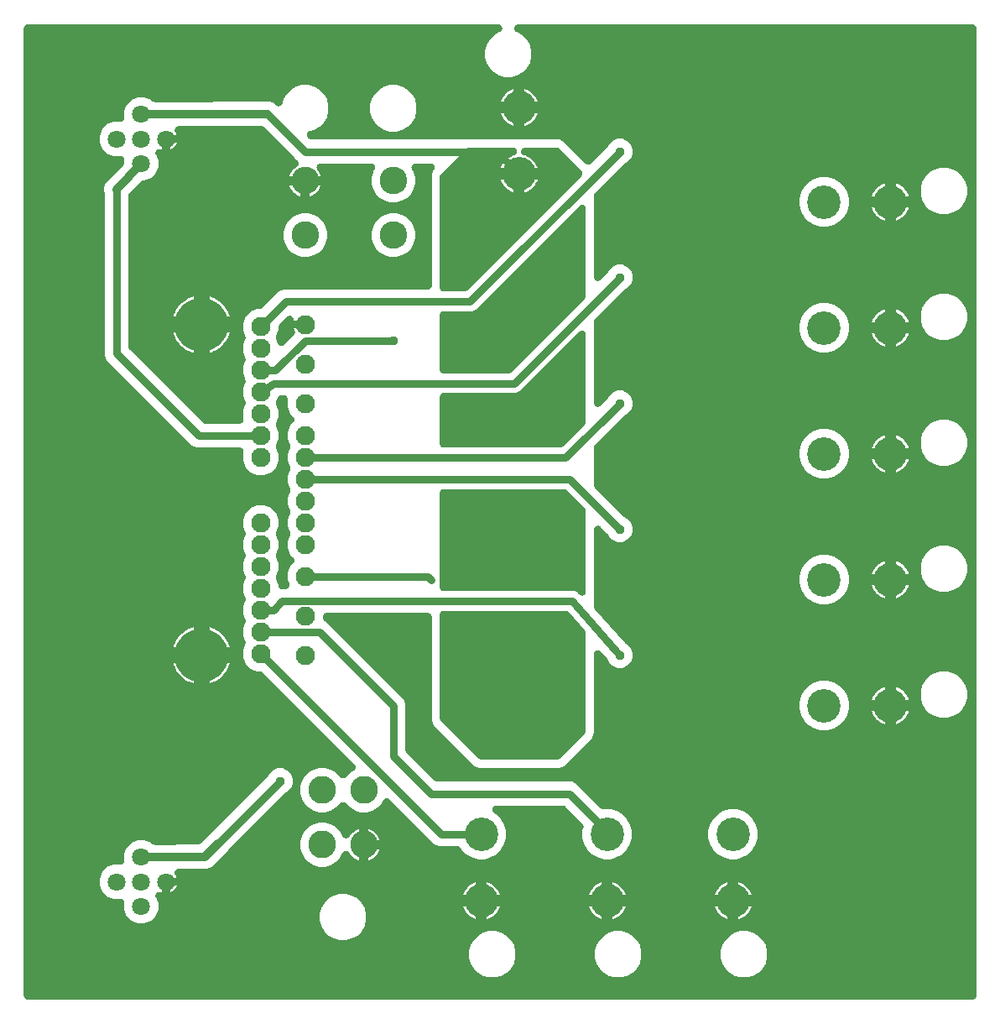
<source format=gbl>
G04 EAGLE Gerber RS-274X export*
G75*
%MOMM*%
%FSLAX34Y34*%
%LPD*%
%INBottom Copper*%
%IPPOS*%
%AMOC8*
5,1,8,0,0,1.08239X$1,22.5*%
G01*
%ADD10C,3.375000*%
%ADD11C,2.800000*%
%ADD12C,1.950000*%
%ADD13C,5.400000*%
%ADD14C,2.775000*%
%ADD15C,1.800000*%
%ADD16C,0.955600*%
%ADD17C,0.762000*%
%ADD18C,0.812800*%

G36*
X953037Y8145D02*
X953037Y8145D01*
X953268Y8155D01*
X953322Y8165D01*
X953376Y8169D01*
X953602Y8217D01*
X953828Y8259D01*
X953880Y8276D01*
X953934Y8288D01*
X954150Y8367D01*
X954368Y8440D01*
X954417Y8465D01*
X954469Y8484D01*
X954672Y8592D01*
X954877Y8695D01*
X954923Y8726D01*
X954971Y8752D01*
X955157Y8888D01*
X955346Y9019D01*
X955387Y9056D01*
X955431Y9089D01*
X955596Y9249D01*
X955765Y9405D01*
X955800Y9448D01*
X955839Y9486D01*
X955980Y9668D01*
X956126Y9846D01*
X956154Y9894D01*
X956188Y9937D01*
X956302Y10137D01*
X956421Y10334D01*
X956443Y10384D01*
X956470Y10432D01*
X956555Y10646D01*
X956646Y10857D01*
X956660Y10910D01*
X956680Y10961D01*
X956735Y11186D01*
X956795Y11407D01*
X956799Y11451D01*
X956815Y11515D01*
X956870Y12082D01*
X956867Y12148D01*
X956871Y12192D01*
X956871Y987808D01*
X956855Y988037D01*
X956845Y988268D01*
X956835Y988322D01*
X956831Y988376D01*
X956783Y988602D01*
X956741Y988828D01*
X956724Y988880D01*
X956712Y988934D01*
X956633Y989150D01*
X956560Y989368D01*
X956535Y989417D01*
X956516Y989469D01*
X956408Y989672D01*
X956305Y989877D01*
X956274Y989923D01*
X956248Y989971D01*
X956112Y990157D01*
X955981Y990346D01*
X955944Y990387D01*
X955911Y990431D01*
X955751Y990596D01*
X955595Y990765D01*
X955552Y990800D01*
X955514Y990839D01*
X955332Y990980D01*
X955154Y991126D01*
X955106Y991154D01*
X955063Y991188D01*
X954863Y991302D01*
X954666Y991421D01*
X954616Y991443D01*
X954568Y991470D01*
X954354Y991555D01*
X954143Y991646D01*
X954090Y991660D01*
X954039Y991680D01*
X953814Y991735D01*
X953593Y991795D01*
X953549Y991799D01*
X953485Y991815D01*
X952918Y991870D01*
X952852Y991867D01*
X952808Y991871D01*
X494384Y991871D01*
X494346Y991869D01*
X494307Y991871D01*
X494062Y991849D01*
X493816Y991831D01*
X493778Y991823D01*
X493739Y991820D01*
X493499Y991764D01*
X493258Y991712D01*
X493222Y991699D01*
X493185Y991690D01*
X492955Y991601D01*
X492723Y991516D01*
X492689Y991498D01*
X492653Y991484D01*
X492438Y991364D01*
X492221Y991248D01*
X492190Y991225D01*
X492156Y991206D01*
X491960Y991057D01*
X491761Y990911D01*
X491733Y990884D01*
X491703Y990861D01*
X491530Y990686D01*
X491353Y990514D01*
X491329Y990483D01*
X491302Y990456D01*
X491155Y990258D01*
X491004Y990063D01*
X490985Y990030D01*
X490962Y989999D01*
X490844Y989782D01*
X490722Y989568D01*
X490708Y989532D01*
X490689Y989499D01*
X490603Y989268D01*
X490512Y989039D01*
X490502Y989001D01*
X490489Y988965D01*
X490436Y988725D01*
X490377Y988485D01*
X490374Y988446D01*
X490365Y988409D01*
X490346Y988163D01*
X490322Y987918D01*
X490324Y987879D01*
X490321Y987841D01*
X490336Y987595D01*
X490347Y987348D01*
X490354Y987311D01*
X490356Y987272D01*
X490406Y987030D01*
X490451Y986788D01*
X490463Y986752D01*
X490471Y986714D01*
X490554Y986481D01*
X490632Y986248D01*
X490649Y986214D01*
X490662Y986177D01*
X490777Y985959D01*
X490887Y985739D01*
X490909Y985707D01*
X490927Y985673D01*
X491071Y985473D01*
X491211Y985270D01*
X491237Y985241D01*
X491260Y985210D01*
X491430Y985032D01*
X491597Y984851D01*
X491627Y984826D01*
X491654Y984799D01*
X491847Y984647D01*
X492038Y984490D01*
X492072Y984470D01*
X492102Y984446D01*
X492314Y984323D01*
X492526Y984195D01*
X492561Y984180D01*
X492594Y984160D01*
X492690Y984124D01*
X493049Y983970D01*
X493233Y983920D01*
X493319Y983888D01*
X498655Y980808D01*
X503008Y976455D01*
X506085Y971124D01*
X507679Y965178D01*
X507679Y959022D01*
X506085Y953076D01*
X503008Y947745D01*
X498655Y943392D01*
X493324Y940315D01*
X487378Y938721D01*
X481222Y938721D01*
X475276Y940315D01*
X469945Y943392D01*
X465592Y947745D01*
X462515Y953076D01*
X460921Y959022D01*
X460921Y965178D01*
X462515Y971124D01*
X465592Y976455D01*
X469945Y980808D01*
X475279Y983887D01*
X475304Y983896D01*
X475342Y983904D01*
X475573Y983989D01*
X475806Y984069D01*
X475840Y984086D01*
X475877Y984100D01*
X476094Y984216D01*
X476314Y984328D01*
X476345Y984350D01*
X476379Y984368D01*
X476578Y984514D01*
X476780Y984656D01*
X476808Y984682D01*
X476839Y984705D01*
X477016Y984877D01*
X477195Y985045D01*
X477220Y985075D01*
X477247Y985102D01*
X477398Y985298D01*
X477553Y985489D01*
X477572Y985522D01*
X477596Y985553D01*
X477718Y985767D01*
X477844Y985979D01*
X477859Y986014D01*
X477878Y986048D01*
X477969Y986278D01*
X478064Y986504D01*
X478074Y986541D01*
X478088Y986577D01*
X478147Y986818D01*
X478209Y987055D01*
X478213Y987094D01*
X478223Y987131D01*
X478246Y987377D01*
X478275Y987621D01*
X478274Y987660D01*
X478278Y987698D01*
X478267Y987945D01*
X478261Y988191D01*
X478255Y988229D01*
X478253Y988268D01*
X478208Y988510D01*
X478168Y988753D01*
X478156Y988790D01*
X478149Y988828D01*
X478071Y989061D01*
X477997Y989297D01*
X477980Y989331D01*
X477968Y989368D01*
X477857Y989589D01*
X477751Y989811D01*
X477730Y989843D01*
X477713Y989877D01*
X477572Y990081D01*
X477436Y990286D01*
X477411Y990314D01*
X477389Y990346D01*
X477221Y990528D01*
X477058Y990712D01*
X477029Y990737D01*
X477003Y990765D01*
X476812Y990921D01*
X476624Y991081D01*
X476591Y991101D01*
X476562Y991126D01*
X476351Y991254D01*
X476143Y991386D01*
X476107Y991401D01*
X476074Y991421D01*
X475848Y991518D01*
X475623Y991620D01*
X475586Y991631D01*
X475551Y991646D01*
X475313Y991710D01*
X475076Y991779D01*
X475038Y991785D01*
X475001Y991795D01*
X474900Y991805D01*
X474512Y991860D01*
X474321Y991861D01*
X474216Y991871D01*
X-508Y991871D01*
X-737Y991855D01*
X-968Y991845D01*
X-1022Y991835D01*
X-1076Y991831D01*
X-1302Y991783D01*
X-1528Y991741D01*
X-1580Y991724D01*
X-1634Y991712D01*
X-1850Y991633D01*
X-2068Y991560D01*
X-2117Y991535D01*
X-2169Y991516D01*
X-2372Y991408D01*
X-2577Y991305D01*
X-2623Y991274D01*
X-2671Y991248D01*
X-2857Y991112D01*
X-3046Y990981D01*
X-3087Y990944D01*
X-3131Y990911D01*
X-3296Y990751D01*
X-3465Y990595D01*
X-3500Y990552D01*
X-3539Y990514D01*
X-3680Y990332D01*
X-3826Y990154D01*
X-3854Y990106D01*
X-3888Y990063D01*
X-4002Y989863D01*
X-4121Y989666D01*
X-4143Y989616D01*
X-4170Y989568D01*
X-4255Y989354D01*
X-4346Y989143D01*
X-4360Y989090D01*
X-4380Y989039D01*
X-4435Y988814D01*
X-4495Y988593D01*
X-4499Y988549D01*
X-4515Y988485D01*
X-4570Y987918D01*
X-4567Y987852D01*
X-4571Y987808D01*
X-4571Y12192D01*
X-4555Y11963D01*
X-4545Y11732D01*
X-4535Y11678D01*
X-4531Y11624D01*
X-4483Y11398D01*
X-4441Y11172D01*
X-4424Y11120D01*
X-4412Y11066D01*
X-4333Y10850D01*
X-4260Y10632D01*
X-4235Y10583D01*
X-4216Y10531D01*
X-4108Y10328D01*
X-4005Y10123D01*
X-3974Y10077D01*
X-3948Y10029D01*
X-3812Y9843D01*
X-3681Y9654D01*
X-3644Y9613D01*
X-3611Y9569D01*
X-3451Y9404D01*
X-3295Y9235D01*
X-3252Y9200D01*
X-3214Y9161D01*
X-3032Y9020D01*
X-2854Y8874D01*
X-2806Y8846D01*
X-2763Y8812D01*
X-2563Y8698D01*
X-2366Y8579D01*
X-2316Y8557D01*
X-2268Y8530D01*
X-2054Y8445D01*
X-1843Y8354D01*
X-1790Y8340D01*
X-1739Y8320D01*
X-1514Y8265D01*
X-1293Y8205D01*
X-1249Y8201D01*
X-1185Y8185D01*
X-618Y8130D01*
X-552Y8133D01*
X-508Y8129D01*
X952808Y8129D01*
X953037Y8145D01*
G37*
%LPC*%
G36*
X453908Y149896D02*
X453908Y149896D01*
X447549Y151600D01*
X441847Y154892D01*
X437192Y159547D01*
X436394Y160930D01*
X436382Y160948D01*
X436372Y160967D01*
X436222Y161184D01*
X436075Y161402D01*
X436060Y161418D01*
X436048Y161436D01*
X435869Y161630D01*
X435693Y161825D01*
X435677Y161839D01*
X435662Y161855D01*
X435457Y162022D01*
X435256Y162190D01*
X435238Y162202D01*
X435221Y162216D01*
X434995Y162353D01*
X434772Y162491D01*
X434752Y162500D01*
X434733Y162511D01*
X434493Y162615D01*
X434251Y162721D01*
X434230Y162727D01*
X434210Y162736D01*
X433957Y162804D01*
X433703Y162876D01*
X433681Y162879D01*
X433660Y162885D01*
X433585Y162892D01*
X433138Y162953D01*
X432972Y162952D01*
X432875Y162961D01*
X414225Y162961D01*
X409837Y164779D01*
X405907Y168709D01*
X364562Y210054D01*
X364417Y210180D01*
X364278Y210312D01*
X364203Y210366D01*
X364132Y210428D01*
X363971Y210532D01*
X363815Y210643D01*
X363732Y210687D01*
X363654Y210737D01*
X363480Y210818D01*
X363310Y210907D01*
X363222Y210938D01*
X363137Y210977D01*
X362953Y211033D01*
X362772Y211097D01*
X362681Y211115D01*
X362592Y211142D01*
X362402Y211172D01*
X362214Y211210D01*
X362121Y211215D01*
X362029Y211230D01*
X361837Y211232D01*
X361645Y211244D01*
X361552Y211236D01*
X361459Y211237D01*
X361269Y211213D01*
X361077Y211198D01*
X360986Y211177D01*
X360894Y211165D01*
X360709Y211115D01*
X360521Y211073D01*
X360434Y211040D01*
X360344Y211015D01*
X360168Y210939D01*
X359989Y210871D01*
X359907Y210826D01*
X359821Y210789D01*
X359657Y210689D01*
X359489Y210597D01*
X359414Y210541D01*
X359335Y210492D01*
X359186Y210370D01*
X359033Y210255D01*
X358967Y210190D01*
X358895Y210130D01*
X358765Y209989D01*
X358629Y209854D01*
X358587Y209795D01*
X358509Y209710D01*
X358187Y209241D01*
X358178Y209224D01*
X358170Y209212D01*
X356207Y205813D01*
X352087Y201693D01*
X347041Y198779D01*
X341413Y197271D01*
X335587Y197271D01*
X329959Y198779D01*
X324913Y201693D01*
X320593Y206012D01*
X320502Y206128D01*
X320407Y206218D01*
X320320Y206315D01*
X320201Y206414D01*
X320089Y206521D01*
X319983Y206597D01*
X319883Y206681D01*
X319751Y206762D01*
X319626Y206852D01*
X319510Y206912D01*
X319399Y206981D01*
X319257Y207044D01*
X319120Y207115D01*
X318997Y207159D01*
X318878Y207212D01*
X318729Y207254D01*
X318583Y207305D01*
X318455Y207331D01*
X318329Y207367D01*
X318176Y207388D01*
X318025Y207418D01*
X317894Y207426D01*
X317765Y207444D01*
X317610Y207443D01*
X317456Y207452D01*
X317326Y207442D01*
X317195Y207441D01*
X317042Y207419D01*
X316888Y207406D01*
X316761Y207377D01*
X316631Y207358D01*
X316483Y207315D01*
X316332Y207281D01*
X316210Y207235D01*
X316084Y207198D01*
X315944Y207134D01*
X315799Y207079D01*
X315685Y207016D01*
X315566Y206962D01*
X315435Y206879D01*
X315300Y206805D01*
X315195Y206727D01*
X315085Y206657D01*
X314967Y206556D01*
X314843Y206464D01*
X314751Y206371D01*
X314651Y206287D01*
X314549Y206171D01*
X314440Y206062D01*
X314397Y206002D01*
X310087Y201693D01*
X305041Y198779D01*
X299413Y197271D01*
X293587Y197271D01*
X287959Y198779D01*
X282913Y201693D01*
X278793Y205813D01*
X275879Y210859D01*
X274371Y216487D01*
X274371Y222313D01*
X274823Y224000D01*
X274827Y224019D01*
X274833Y224037D01*
X274856Y224162D01*
X274858Y224168D01*
X274895Y224267D01*
X275879Y227941D01*
X278793Y232987D01*
X282913Y237107D01*
X287959Y240021D01*
X293587Y241529D01*
X299413Y241529D01*
X305041Y240021D01*
X310087Y237107D01*
X314407Y232788D01*
X314499Y232671D01*
X314594Y232581D01*
X314681Y232484D01*
X314800Y232385D01*
X314912Y232278D01*
X315018Y232203D01*
X315119Y232119D01*
X315250Y232037D01*
X315376Y231947D01*
X315491Y231887D01*
X315602Y231818D01*
X315744Y231755D01*
X315881Y231684D01*
X316004Y231641D01*
X316124Y231588D01*
X316272Y231546D01*
X316418Y231494D01*
X316546Y231468D01*
X316672Y231433D01*
X316825Y231412D01*
X316977Y231381D01*
X317107Y231374D01*
X317237Y231356D01*
X317391Y231357D01*
X317545Y231348D01*
X317676Y231358D01*
X317806Y231359D01*
X317959Y231382D01*
X318113Y231394D01*
X318241Y231423D01*
X318370Y231442D01*
X318518Y231485D01*
X318669Y231519D01*
X318792Y231566D01*
X318917Y231603D01*
X319057Y231667D01*
X319202Y231721D01*
X319317Y231784D01*
X319436Y231838D01*
X319566Y231921D01*
X319701Y231996D01*
X319806Y232074D01*
X319916Y232144D01*
X320034Y232245D01*
X320158Y232337D01*
X320250Y232429D01*
X320350Y232514D01*
X320452Y232630D01*
X320561Y232739D01*
X320604Y232799D01*
X324913Y237107D01*
X328312Y239070D01*
X328471Y239177D01*
X328635Y239277D01*
X328707Y239337D01*
X328785Y239389D01*
X328927Y239518D01*
X329075Y239639D01*
X329138Y239708D01*
X329208Y239771D01*
X329331Y239918D01*
X329460Y240059D01*
X329513Y240136D01*
X329573Y240208D01*
X329674Y240371D01*
X329783Y240529D01*
X329825Y240612D01*
X329874Y240692D01*
X329951Y240867D01*
X330037Y241039D01*
X330066Y241128D01*
X330104Y241213D01*
X330156Y241398D01*
X330217Y241580D01*
X330233Y241672D01*
X330259Y241761D01*
X330285Y241951D01*
X330319Y242140D01*
X330323Y242234D01*
X330335Y242326D01*
X330334Y242518D01*
X330342Y242710D01*
X330333Y242803D01*
X330332Y242896D01*
X330305Y243086D01*
X330285Y243277D01*
X330263Y243367D01*
X330250Y243460D01*
X330196Y243643D01*
X330150Y243830D01*
X330115Y243917D01*
X330089Y244006D01*
X330010Y244181D01*
X329938Y244359D01*
X329892Y244440D01*
X329853Y244525D01*
X329750Y244687D01*
X329655Y244853D01*
X329609Y244909D01*
X329547Y245006D01*
X329177Y245439D01*
X329163Y245452D01*
X329154Y245462D01*
X236585Y338031D01*
X236539Y338071D01*
X236498Y338115D01*
X236324Y338257D01*
X236155Y338405D01*
X236104Y338438D01*
X236057Y338476D01*
X235865Y338593D01*
X235677Y338715D01*
X235622Y338740D01*
X235570Y338771D01*
X235364Y338860D01*
X235160Y338955D01*
X235102Y338972D01*
X235046Y338996D01*
X234830Y339054D01*
X234614Y339120D01*
X234555Y339129D01*
X234497Y339145D01*
X234379Y339156D01*
X234051Y339207D01*
X233827Y339210D01*
X233712Y339221D01*
X230844Y339221D01*
X224273Y341943D01*
X219243Y346973D01*
X217574Y351001D01*
X217574Y351002D01*
X216521Y353544D01*
X216521Y360656D01*
X218960Y366545D01*
X218980Y366602D01*
X219005Y366657D01*
X219070Y366873D01*
X219141Y367085D01*
X219152Y367145D01*
X219169Y367203D01*
X219204Y367425D01*
X219244Y367646D01*
X219247Y367706D01*
X219256Y367766D01*
X219259Y367991D01*
X219268Y368215D01*
X219262Y368275D01*
X219263Y368336D01*
X219234Y368558D01*
X219212Y368782D01*
X219198Y368841D01*
X219190Y368901D01*
X219156Y369013D01*
X219077Y369336D01*
X218994Y369544D01*
X218960Y369655D01*
X216521Y375544D01*
X216521Y382656D01*
X218960Y388545D01*
X218980Y388602D01*
X219005Y388657D01*
X219039Y388769D01*
X219068Y388844D01*
X219089Y388931D01*
X219141Y389085D01*
X219152Y389145D01*
X219169Y389203D01*
X219194Y389364D01*
X219202Y389397D01*
X219207Y389441D01*
X219244Y389646D01*
X219247Y389706D01*
X219256Y389766D01*
X219259Y389991D01*
X219268Y390215D01*
X219262Y390275D01*
X219263Y390336D01*
X219234Y390558D01*
X219212Y390782D01*
X219198Y390841D01*
X219190Y390901D01*
X219156Y391013D01*
X219077Y391336D01*
X218994Y391544D01*
X218960Y391655D01*
X216521Y397544D01*
X216521Y404656D01*
X218960Y410545D01*
X218980Y410602D01*
X219005Y410657D01*
X219070Y410873D01*
X219141Y411085D01*
X219152Y411145D01*
X219169Y411203D01*
X219204Y411425D01*
X219244Y411646D01*
X219247Y411706D01*
X219256Y411766D01*
X219259Y411991D01*
X219268Y412215D01*
X219262Y412275D01*
X219263Y412336D01*
X219234Y412558D01*
X219212Y412782D01*
X219198Y412841D01*
X219190Y412901D01*
X219156Y413013D01*
X219077Y413336D01*
X218994Y413544D01*
X218960Y413655D01*
X216521Y419544D01*
X216521Y426656D01*
X218960Y432545D01*
X218980Y432602D01*
X219005Y432657D01*
X219070Y432873D01*
X219141Y433085D01*
X219152Y433145D01*
X219169Y433203D01*
X219204Y433425D01*
X219244Y433646D01*
X219247Y433706D01*
X219256Y433766D01*
X219259Y433991D01*
X219268Y434215D01*
X219262Y434275D01*
X219263Y434336D01*
X219234Y434558D01*
X219212Y434782D01*
X219198Y434841D01*
X219190Y434901D01*
X219156Y435013D01*
X219077Y435336D01*
X218994Y435544D01*
X218960Y435655D01*
X216521Y441544D01*
X216521Y448656D01*
X218960Y454545D01*
X218980Y454602D01*
X219005Y454657D01*
X219070Y454873D01*
X219141Y455085D01*
X219152Y455145D01*
X219169Y455203D01*
X219204Y455425D01*
X219244Y455646D01*
X219247Y455706D01*
X219256Y455766D01*
X219259Y455991D01*
X219268Y456215D01*
X219262Y456275D01*
X219263Y456336D01*
X219234Y456558D01*
X219212Y456782D01*
X219198Y456841D01*
X219190Y456901D01*
X219156Y457013D01*
X219077Y457336D01*
X218994Y457544D01*
X218960Y457655D01*
X216521Y463544D01*
X216521Y470656D01*
X218960Y476545D01*
X218980Y476602D01*
X219005Y476657D01*
X219070Y476873D01*
X219141Y477085D01*
X219152Y477145D01*
X219169Y477203D01*
X219204Y477425D01*
X219244Y477646D01*
X219247Y477706D01*
X219256Y477766D01*
X219259Y477991D01*
X219268Y478215D01*
X219262Y478275D01*
X219263Y478336D01*
X219234Y478558D01*
X219212Y478782D01*
X219198Y478841D01*
X219190Y478901D01*
X219156Y479013D01*
X219077Y479336D01*
X218994Y479544D01*
X218960Y479655D01*
X216521Y485544D01*
X216521Y492656D01*
X219243Y499227D01*
X224273Y504257D01*
X230844Y506979D01*
X237956Y506979D01*
X244527Y504257D01*
X249557Y499227D01*
X252279Y492656D01*
X252279Y485544D01*
X249840Y479655D01*
X249820Y479598D01*
X249795Y479543D01*
X249730Y479328D01*
X249659Y479115D01*
X249648Y479055D01*
X249631Y478997D01*
X249596Y478775D01*
X249556Y478554D01*
X249553Y478494D01*
X249544Y478434D01*
X249541Y478209D01*
X249532Y477985D01*
X249538Y477925D01*
X249537Y477864D01*
X249566Y477642D01*
X249588Y477418D01*
X249602Y477359D01*
X249610Y477299D01*
X249644Y477187D01*
X249723Y476864D01*
X249806Y476655D01*
X249840Y476545D01*
X252279Y470656D01*
X252279Y463544D01*
X249840Y457655D01*
X249820Y457598D01*
X249795Y457543D01*
X249730Y457328D01*
X249659Y457115D01*
X249648Y457055D01*
X249631Y456997D01*
X249596Y456775D01*
X249556Y456554D01*
X249553Y456494D01*
X249544Y456434D01*
X249541Y456209D01*
X249532Y455985D01*
X249538Y455925D01*
X249537Y455864D01*
X249566Y455642D01*
X249588Y455418D01*
X249602Y455359D01*
X249610Y455299D01*
X249644Y455187D01*
X249723Y454864D01*
X249806Y454655D01*
X249840Y454545D01*
X252279Y448656D01*
X252279Y441544D01*
X249840Y435655D01*
X249820Y435598D01*
X249795Y435543D01*
X249730Y435328D01*
X249659Y435115D01*
X249648Y435055D01*
X249631Y434997D01*
X249596Y434775D01*
X249556Y434554D01*
X249553Y434494D01*
X249544Y434434D01*
X249541Y434209D01*
X249532Y433985D01*
X249538Y433925D01*
X249537Y433864D01*
X249566Y433642D01*
X249588Y433418D01*
X249602Y433359D01*
X249610Y433299D01*
X249644Y433187D01*
X249723Y432864D01*
X249806Y432655D01*
X249840Y432545D01*
X252279Y426656D01*
X252279Y426212D01*
X252295Y425983D01*
X252305Y425752D01*
X252315Y425698D01*
X252319Y425644D01*
X252367Y425418D01*
X252409Y425192D01*
X252426Y425140D01*
X252438Y425086D01*
X252517Y424870D01*
X252590Y424652D01*
X252615Y424603D01*
X252634Y424551D01*
X252742Y424348D01*
X252845Y424143D01*
X252876Y424097D01*
X252902Y424049D01*
X253038Y423863D01*
X253169Y423674D01*
X253206Y423633D01*
X253239Y423589D01*
X253399Y423424D01*
X253555Y423255D01*
X253598Y423220D01*
X253636Y423181D01*
X253818Y423040D01*
X253996Y422894D01*
X254044Y422866D01*
X254087Y422832D01*
X254287Y422718D01*
X254484Y422599D01*
X254534Y422577D01*
X254582Y422550D01*
X254796Y422465D01*
X255007Y422374D01*
X255060Y422360D01*
X255111Y422340D01*
X255336Y422285D01*
X255557Y422225D01*
X255601Y422221D01*
X255665Y422205D01*
X256232Y422150D01*
X256298Y422153D01*
X256342Y422149D01*
X259332Y422149D01*
X259504Y422161D01*
X259677Y422163D01*
X259788Y422181D01*
X259900Y422189D01*
X260069Y422225D01*
X260240Y422251D01*
X260347Y422284D01*
X260457Y422308D01*
X260619Y422367D01*
X260785Y422417D01*
X260887Y422465D01*
X260992Y422504D01*
X261145Y422585D01*
X261301Y422658D01*
X261395Y422719D01*
X261495Y422772D01*
X261634Y422874D01*
X261779Y422968D01*
X261864Y423042D01*
X261955Y423109D01*
X262079Y423229D01*
X262209Y423343D01*
X262282Y423428D01*
X262363Y423506D01*
X262469Y423643D01*
X262582Y423773D01*
X262643Y423868D01*
X262712Y423957D01*
X262797Y424107D01*
X262891Y424252D01*
X262938Y424354D01*
X262994Y424452D01*
X263058Y424613D01*
X263130Y424769D01*
X263163Y424877D01*
X263204Y424981D01*
X263245Y425150D01*
X263295Y425315D01*
X263312Y425426D01*
X263338Y425535D01*
X263355Y425707D01*
X263381Y425878D01*
X263383Y425990D01*
X263394Y426102D01*
X263386Y426275D01*
X263388Y426448D01*
X263374Y426559D01*
X263369Y426672D01*
X263337Y426842D01*
X263315Y427013D01*
X263290Y427094D01*
X263265Y427232D01*
X263089Y427755D01*
X263086Y427767D01*
X261521Y431544D01*
X261521Y438656D01*
X264243Y445227D01*
X267242Y448227D01*
X267306Y448300D01*
X267324Y448317D01*
X267345Y448345D01*
X267393Y448400D01*
X267549Y448570D01*
X267580Y448616D01*
X267616Y448657D01*
X267741Y448850D01*
X267872Y449040D01*
X267896Y449089D01*
X267926Y449135D01*
X268023Y449344D01*
X268125Y449550D01*
X268143Y449602D01*
X268166Y449652D01*
X268233Y449872D01*
X268305Y450091D01*
X268315Y450145D01*
X268331Y450197D01*
X268366Y450424D01*
X268408Y450651D01*
X268410Y450706D01*
X268418Y450760D01*
X268421Y450990D01*
X268431Y451221D01*
X268425Y451275D01*
X268426Y451330D01*
X268397Y451558D01*
X268374Y451787D01*
X268361Y451841D01*
X268354Y451895D01*
X268293Y452118D01*
X268238Y452341D01*
X268218Y452392D01*
X268204Y452445D01*
X268113Y452656D01*
X268027Y452870D01*
X267999Y452918D01*
X267978Y452968D01*
X267858Y453164D01*
X267743Y453364D01*
X267715Y453398D01*
X267681Y453454D01*
X267319Y453895D01*
X267271Y453939D01*
X267243Y453973D01*
X264243Y456973D01*
X261521Y463544D01*
X261521Y470656D01*
X263960Y476545D01*
X263980Y476602D01*
X264005Y476657D01*
X264070Y476873D01*
X264141Y477085D01*
X264152Y477145D01*
X264169Y477203D01*
X264204Y477425D01*
X264244Y477646D01*
X264247Y477706D01*
X264256Y477766D01*
X264259Y477991D01*
X264268Y478215D01*
X264262Y478275D01*
X264263Y478336D01*
X264234Y478558D01*
X264212Y478782D01*
X264198Y478841D01*
X264190Y478901D01*
X264156Y479013D01*
X264077Y479336D01*
X263994Y479544D01*
X263960Y479655D01*
X261521Y485544D01*
X261521Y492656D01*
X263960Y498545D01*
X263980Y498602D01*
X264005Y498657D01*
X264070Y498873D01*
X264141Y499085D01*
X264152Y499145D01*
X264169Y499203D01*
X264204Y499425D01*
X264244Y499646D01*
X264247Y499706D01*
X264256Y499766D01*
X264259Y499991D01*
X264268Y500215D01*
X264262Y500275D01*
X264263Y500336D01*
X264234Y500558D01*
X264212Y500782D01*
X264198Y500841D01*
X264190Y500901D01*
X264156Y501013D01*
X264077Y501336D01*
X263994Y501544D01*
X263960Y501655D01*
X261521Y507544D01*
X261521Y514656D01*
X263960Y520545D01*
X263980Y520602D01*
X264005Y520657D01*
X264070Y520873D01*
X264141Y521085D01*
X264152Y521145D01*
X264169Y521203D01*
X264204Y521425D01*
X264244Y521646D01*
X264247Y521706D01*
X264256Y521766D01*
X264259Y521991D01*
X264268Y522215D01*
X264262Y522275D01*
X264263Y522336D01*
X264234Y522558D01*
X264212Y522782D01*
X264198Y522841D01*
X264190Y522901D01*
X264156Y523013D01*
X264077Y523336D01*
X263994Y523544D01*
X263960Y523655D01*
X261521Y529544D01*
X261521Y536656D01*
X263960Y542545D01*
X263980Y542602D01*
X264005Y542657D01*
X264070Y542873D01*
X264141Y543085D01*
X264152Y543145D01*
X264169Y543203D01*
X264204Y543425D01*
X264244Y543646D01*
X264247Y543706D01*
X264256Y543766D01*
X264259Y543991D01*
X264268Y544215D01*
X264262Y544275D01*
X264263Y544336D01*
X264234Y544558D01*
X264212Y544782D01*
X264198Y544841D01*
X264190Y544901D01*
X264156Y545013D01*
X264077Y545336D01*
X263994Y545544D01*
X263960Y545655D01*
X261521Y551544D01*
X261521Y558656D01*
X263960Y564545D01*
X263980Y564602D01*
X264005Y564657D01*
X264070Y564873D01*
X264141Y565085D01*
X264152Y565145D01*
X264169Y565203D01*
X264204Y565425D01*
X264244Y565646D01*
X264247Y565706D01*
X264256Y565766D01*
X264259Y565990D01*
X264268Y566215D01*
X264262Y566275D01*
X264263Y566336D01*
X264234Y566558D01*
X264212Y566782D01*
X264198Y566841D01*
X264190Y566901D01*
X264156Y567013D01*
X264077Y567336D01*
X263994Y567544D01*
X263960Y567655D01*
X261521Y573544D01*
X261521Y580656D01*
X264243Y587227D01*
X267242Y590227D01*
X267393Y590400D01*
X267549Y590570D01*
X267580Y590616D01*
X267616Y590657D01*
X267741Y590850D01*
X267872Y591040D01*
X267896Y591089D01*
X267926Y591135D01*
X268023Y591344D01*
X268125Y591550D01*
X268143Y591602D01*
X268166Y591652D01*
X268233Y591872D01*
X268305Y592091D01*
X268315Y592145D01*
X268331Y592197D01*
X268366Y592424D01*
X268408Y592651D01*
X268410Y592706D01*
X268418Y592760D01*
X268421Y592990D01*
X268431Y593221D01*
X268425Y593275D01*
X268426Y593330D01*
X268397Y593558D01*
X268374Y593787D01*
X268361Y593841D01*
X268354Y593895D01*
X268293Y594118D01*
X268238Y594341D01*
X268218Y594392D01*
X268204Y594445D01*
X268113Y594656D01*
X268027Y594870D01*
X267999Y594918D01*
X267978Y594968D01*
X267858Y595164D01*
X267743Y595364D01*
X267715Y595398D01*
X267681Y595454D01*
X267319Y595895D01*
X267271Y595939D01*
X267243Y595973D01*
X264243Y598973D01*
X261521Y605544D01*
X261521Y612700D01*
X261545Y612797D01*
X261580Y612903D01*
X261612Y613073D01*
X261652Y613241D01*
X261663Y613353D01*
X261684Y613464D01*
X261691Y613636D01*
X261708Y613808D01*
X261703Y613921D01*
X261707Y614033D01*
X261691Y614205D01*
X261683Y614378D01*
X261663Y614488D01*
X261651Y614600D01*
X261611Y614768D01*
X261579Y614938D01*
X261543Y615044D01*
X261517Y615154D01*
X261453Y615314D01*
X261398Y615478D01*
X261347Y615579D01*
X261306Y615683D01*
X261220Y615833D01*
X261143Y615987D01*
X261079Y616080D01*
X261023Y616178D01*
X260917Y616314D01*
X260819Y616456D01*
X260742Y616539D01*
X260674Y616628D01*
X260550Y616748D01*
X260433Y616875D01*
X260345Y616946D01*
X260265Y617025D01*
X260125Y617126D01*
X259991Y617236D01*
X259895Y617294D01*
X259804Y617360D01*
X259652Y617442D01*
X259504Y617531D01*
X259401Y617576D01*
X259302Y617629D01*
X259139Y617688D01*
X258981Y617756D01*
X258872Y617785D01*
X258766Y617824D01*
X258597Y617860D01*
X258431Y617905D01*
X258346Y617913D01*
X258209Y617942D01*
X257659Y617980D01*
X257646Y617981D01*
X255175Y617981D01*
X255172Y617981D01*
X255170Y617981D01*
X254894Y617962D01*
X254607Y617941D01*
X254604Y617941D01*
X254601Y617941D01*
X254331Y617883D01*
X254049Y617822D01*
X254047Y617821D01*
X254044Y617821D01*
X253781Y617724D01*
X253514Y617626D01*
X253512Y617625D01*
X253509Y617624D01*
X253257Y617489D01*
X253012Y617358D01*
X253010Y617356D01*
X253007Y617355D01*
X252777Y617186D01*
X252552Y617021D01*
X252550Y617019D01*
X252548Y617018D01*
X252353Y616828D01*
X252144Y616624D01*
X252142Y616622D01*
X252140Y616620D01*
X251972Y616402D01*
X251795Y616173D01*
X251794Y616171D01*
X251792Y616169D01*
X251786Y616157D01*
X251513Y615678D01*
X251461Y615548D01*
X251421Y615473D01*
X249840Y611655D01*
X249820Y611598D01*
X249795Y611543D01*
X249730Y611328D01*
X249659Y611115D01*
X249648Y611055D01*
X249631Y610997D01*
X249596Y610775D01*
X249556Y610554D01*
X249553Y610494D01*
X249544Y610434D01*
X249541Y610209D01*
X249532Y609985D01*
X249538Y609925D01*
X249537Y609864D01*
X249566Y609642D01*
X249588Y609418D01*
X249602Y609359D01*
X249610Y609299D01*
X249644Y609187D01*
X249723Y608864D01*
X249806Y608655D01*
X249840Y608545D01*
X252279Y602656D01*
X252279Y595544D01*
X249840Y589655D01*
X249820Y589598D01*
X249795Y589543D01*
X249730Y589327D01*
X249659Y589115D01*
X249648Y589055D01*
X249631Y588997D01*
X249596Y588775D01*
X249556Y588554D01*
X249553Y588494D01*
X249544Y588434D01*
X249541Y588209D01*
X249532Y587985D01*
X249538Y587925D01*
X249537Y587864D01*
X249566Y587642D01*
X249588Y587418D01*
X249602Y587359D01*
X249610Y587299D01*
X249644Y587187D01*
X249723Y586864D01*
X249806Y586656D01*
X249840Y586545D01*
X252279Y580656D01*
X252279Y573544D01*
X249840Y567655D01*
X249820Y567598D01*
X249795Y567543D01*
X249730Y567328D01*
X249659Y567115D01*
X249648Y567055D01*
X249631Y566997D01*
X249596Y566775D01*
X249556Y566554D01*
X249553Y566494D01*
X249544Y566434D01*
X249541Y566209D01*
X249532Y565985D01*
X249538Y565925D01*
X249537Y565864D01*
X249566Y565642D01*
X249588Y565418D01*
X249602Y565359D01*
X249610Y565299D01*
X249644Y565187D01*
X249723Y564864D01*
X249806Y564655D01*
X249840Y564545D01*
X252279Y558656D01*
X252279Y551544D01*
X249557Y544973D01*
X244527Y539943D01*
X237956Y537221D01*
X230844Y537221D01*
X224273Y539943D01*
X219243Y544973D01*
X216521Y551544D01*
X216521Y558656D01*
X216889Y559543D01*
X216943Y559706D01*
X217007Y559867D01*
X217034Y559977D01*
X217069Y560083D01*
X217100Y560253D01*
X217141Y560421D01*
X217152Y560533D01*
X217172Y560644D01*
X217180Y560816D01*
X217196Y560988D01*
X217192Y561101D01*
X217196Y561213D01*
X217179Y561385D01*
X217172Y561558D01*
X217151Y561668D01*
X217140Y561780D01*
X217099Y561948D01*
X217068Y562118D01*
X217032Y562224D01*
X217005Y562334D01*
X216942Y562494D01*
X216887Y562658D01*
X216836Y562759D01*
X216795Y562863D01*
X216709Y563013D01*
X216631Y563167D01*
X216567Y563260D01*
X216512Y563358D01*
X216406Y563494D01*
X216308Y563636D01*
X216231Y563719D01*
X216162Y563808D01*
X216038Y563928D01*
X215921Y564055D01*
X215834Y564126D01*
X215754Y564205D01*
X215614Y564306D01*
X215480Y564416D01*
X215384Y564474D01*
X215293Y564541D01*
X215141Y564622D01*
X214993Y564711D01*
X214890Y564756D01*
X214790Y564809D01*
X214628Y564868D01*
X214469Y564936D01*
X214361Y564965D01*
X214255Y565004D01*
X214086Y565040D01*
X213919Y565085D01*
X213834Y565093D01*
X213698Y565122D01*
X213148Y565160D01*
X213135Y565161D01*
X169825Y565161D01*
X165437Y566979D01*
X78779Y653637D01*
X76961Y658025D01*
X76961Y821546D01*
X76951Y821696D01*
X76950Y821846D01*
X76931Y821979D01*
X76921Y822115D01*
X76890Y822261D01*
X76868Y822410D01*
X76838Y822504D01*
X76802Y822672D01*
X76748Y822820D01*
X76671Y827733D01*
X78456Y832243D01*
X95626Y849962D01*
X95644Y849984D01*
X95665Y850003D01*
X95828Y850203D01*
X95993Y850398D01*
X96008Y850422D01*
X96026Y850444D01*
X96159Y850664D01*
X96295Y850881D01*
X96307Y850907D01*
X96321Y850932D01*
X96422Y851166D01*
X96527Y851402D01*
X96535Y851429D01*
X96546Y851455D01*
X96612Y851702D01*
X96683Y851950D01*
X96687Y851978D01*
X96695Y852005D01*
X96703Y852092D01*
X96762Y852514D01*
X96761Y852690D01*
X96771Y852790D01*
X96771Y855108D01*
X96755Y855337D01*
X96745Y855568D01*
X96735Y855622D01*
X96731Y855676D01*
X96683Y855902D01*
X96641Y856128D01*
X96624Y856180D01*
X96612Y856234D01*
X96533Y856450D01*
X96460Y856668D01*
X96435Y856717D01*
X96416Y856769D01*
X96308Y856972D01*
X96205Y857177D01*
X96174Y857223D01*
X96148Y857271D01*
X96012Y857457D01*
X95881Y857646D01*
X95844Y857687D01*
X95811Y857731D01*
X95651Y857896D01*
X95495Y858065D01*
X95452Y858100D01*
X95414Y858139D01*
X95232Y858280D01*
X95054Y858426D01*
X95006Y858454D01*
X94963Y858488D01*
X94763Y858602D01*
X94566Y858721D01*
X94516Y858743D01*
X94468Y858770D01*
X94254Y858855D01*
X94043Y858946D01*
X93990Y858960D01*
X93939Y858980D01*
X93714Y859035D01*
X93493Y859095D01*
X93449Y859099D01*
X93385Y859115D01*
X92818Y859170D01*
X92752Y859167D01*
X92708Y859171D01*
X85493Y859171D01*
X79197Y861779D01*
X74379Y866597D01*
X71771Y872893D01*
X71771Y879707D01*
X74379Y886003D01*
X79197Y890821D01*
X85493Y893429D01*
X92708Y893429D01*
X92937Y893445D01*
X93168Y893455D01*
X93222Y893465D01*
X93276Y893469D01*
X93502Y893517D01*
X93728Y893559D01*
X93780Y893576D01*
X93834Y893588D01*
X94050Y893667D01*
X94268Y893740D01*
X94317Y893765D01*
X94369Y893784D01*
X94572Y893892D01*
X94777Y893995D01*
X94823Y894026D01*
X94871Y894052D01*
X95057Y894188D01*
X95246Y894319D01*
X95287Y894356D01*
X95331Y894389D01*
X95496Y894549D01*
X95665Y894705D01*
X95700Y894748D01*
X95739Y894786D01*
X95880Y894967D01*
X96026Y895146D01*
X96054Y895194D01*
X96088Y895237D01*
X96202Y895437D01*
X96321Y895634D01*
X96343Y895684D01*
X96370Y895732D01*
X96455Y895946D01*
X96546Y896157D01*
X96560Y896210D01*
X96580Y896261D01*
X96635Y896486D01*
X96695Y896707D01*
X96699Y896751D01*
X96715Y896815D01*
X96770Y897382D01*
X96767Y897448D01*
X96771Y897492D01*
X96771Y904707D01*
X99379Y911003D01*
X104197Y915821D01*
X110493Y918429D01*
X117307Y918429D01*
X123603Y915821D01*
X124698Y914726D01*
X124748Y914682D01*
X124794Y914633D01*
X124963Y914495D01*
X125128Y914352D01*
X125184Y914316D01*
X125236Y914274D01*
X125423Y914161D01*
X125606Y914042D01*
X125667Y914014D01*
X125724Y913980D01*
X125925Y913894D01*
X126123Y913802D01*
X126187Y913783D01*
X126248Y913757D01*
X126459Y913701D01*
X126668Y913637D01*
X126734Y913627D01*
X126799Y913610D01*
X126918Y913599D01*
X127231Y913550D01*
X127467Y913547D01*
X127584Y913536D01*
X243687Y913900D01*
X248174Y912058D01*
X249753Y910489D01*
X249864Y910393D01*
X249969Y910290D01*
X250080Y910207D01*
X250184Y910117D01*
X250308Y910037D01*
X250426Y909950D01*
X250547Y909884D01*
X250663Y909809D01*
X250797Y909747D01*
X250926Y909677D01*
X251055Y909628D01*
X251181Y909571D01*
X251322Y909528D01*
X251460Y909477D01*
X251594Y909447D01*
X251727Y909407D01*
X251872Y909385D01*
X252016Y909353D01*
X252153Y909342D01*
X252290Y909321D01*
X252437Y909320D01*
X252584Y909308D01*
X252722Y909317D01*
X252860Y909316D01*
X253005Y909335D01*
X253153Y909344D01*
X253288Y909372D01*
X253425Y909389D01*
X253567Y909429D01*
X253711Y909458D01*
X253841Y909505D01*
X253974Y909542D01*
X254109Y909600D01*
X254247Y909650D01*
X254369Y909714D01*
X254496Y909769D01*
X254622Y909846D01*
X254752Y909915D01*
X254864Y909995D01*
X254982Y910067D01*
X255095Y910161D01*
X255215Y910247D01*
X255314Y910343D01*
X255421Y910431D01*
X255520Y910539D01*
X255626Y910641D01*
X255712Y910750D01*
X255804Y910852D01*
X255887Y910973D01*
X255978Y911089D01*
X256048Y911208D01*
X256126Y911322D01*
X256191Y911455D01*
X256265Y911582D01*
X256300Y911676D01*
X256378Y911833D01*
X256511Y912238D01*
X256542Y912320D01*
X257615Y916324D01*
X260692Y921655D01*
X265045Y926008D01*
X270376Y929085D01*
X276322Y930679D01*
X282478Y930679D01*
X288424Y929085D01*
X293755Y926008D01*
X298108Y921655D01*
X301185Y916324D01*
X302779Y910378D01*
X302779Y904222D01*
X301185Y898276D01*
X298108Y892945D01*
X293755Y888592D01*
X288424Y885515D01*
X284137Y884366D01*
X283992Y884316D01*
X283844Y884275D01*
X283723Y884223D01*
X283599Y884180D01*
X283462Y884110D01*
X283321Y884049D01*
X283208Y883981D01*
X283091Y883921D01*
X282966Y883833D01*
X282835Y883753D01*
X282733Y883669D01*
X282625Y883593D01*
X282513Y883488D01*
X282394Y883391D01*
X282306Y883294D01*
X282209Y883204D01*
X282113Y883084D01*
X282009Y882971D01*
X281935Y882863D01*
X281852Y882760D01*
X281773Y882627D01*
X281687Y882501D01*
X281628Y882384D01*
X281561Y882270D01*
X281501Y882128D01*
X281433Y881991D01*
X281391Y881866D01*
X281341Y881745D01*
X281302Y881596D01*
X281253Y881450D01*
X281229Y881321D01*
X281196Y881194D01*
X281178Y881041D01*
X281151Y880890D01*
X281145Y880758D01*
X281130Y880628D01*
X281134Y880474D01*
X281128Y880321D01*
X281141Y880189D01*
X281144Y880058D01*
X281169Y879907D01*
X281184Y879754D01*
X281216Y879626D01*
X281237Y879496D01*
X281283Y879349D01*
X281320Y879200D01*
X281369Y879078D01*
X281408Y878952D01*
X281475Y878814D01*
X281532Y878671D01*
X281597Y878557D01*
X281654Y878438D01*
X281739Y878310D01*
X281815Y878177D01*
X281877Y878102D01*
X281969Y877963D01*
X282268Y877626D01*
X282316Y877568D01*
X283155Y876729D01*
X283201Y876689D01*
X283242Y876645D01*
X283416Y876502D01*
X283585Y876355D01*
X283636Y876322D01*
X283683Y876284D01*
X283875Y876167D01*
X284064Y876045D01*
X284118Y876020D01*
X284170Y875989D01*
X284376Y875900D01*
X284580Y875805D01*
X284638Y875788D01*
X284694Y875764D01*
X284910Y875706D01*
X285126Y875640D01*
X285185Y875631D01*
X285244Y875615D01*
X285361Y875604D01*
X285689Y875553D01*
X285913Y875550D01*
X286028Y875539D01*
X535775Y875539D01*
X540163Y873721D01*
X562277Y851607D01*
X562451Y851456D01*
X562620Y851301D01*
X562666Y851269D01*
X562707Y851233D01*
X562900Y851108D01*
X563090Y850978D01*
X563139Y850953D01*
X563185Y850924D01*
X563394Y850827D01*
X563600Y850724D01*
X563652Y850707D01*
X563702Y850684D01*
X563922Y850617D01*
X564141Y850544D01*
X564195Y850534D01*
X564247Y850518D01*
X564474Y850483D01*
X564701Y850442D01*
X564756Y850440D01*
X564810Y850431D01*
X565040Y850428D01*
X565271Y850419D01*
X565325Y850424D01*
X565380Y850423D01*
X565609Y850453D01*
X565838Y850476D01*
X565891Y850489D01*
X565945Y850496D01*
X566168Y850556D01*
X566391Y850611D01*
X566442Y850631D01*
X566495Y850646D01*
X566706Y850737D01*
X566920Y850823D01*
X566968Y850850D01*
X567018Y850872D01*
X567215Y850992D01*
X567414Y851106D01*
X567448Y851134D01*
X567504Y851169D01*
X567945Y851531D01*
X567989Y851579D01*
X568023Y851607D01*
X584419Y868003D01*
X584496Y868092D01*
X584580Y868174D01*
X584683Y868306D01*
X584792Y868433D01*
X584857Y868532D01*
X584929Y868625D01*
X584982Y868726D01*
X585102Y868911D01*
X585245Y869218D01*
X585300Y869321D01*
X585958Y870911D01*
X589589Y874542D01*
X594333Y876507D01*
X599467Y876507D01*
X604211Y874542D01*
X607842Y870911D01*
X609057Y867978D01*
X609057Y867977D01*
X609807Y866167D01*
X609807Y861033D01*
X607842Y856289D01*
X604211Y852658D01*
X602621Y852000D01*
X602515Y851947D01*
X602406Y851903D01*
X602260Y851820D01*
X602111Y851745D01*
X602014Y851678D01*
X601912Y851619D01*
X601823Y851547D01*
X601642Y851422D01*
X601393Y851193D01*
X601303Y851119D01*
X571929Y821745D01*
X571889Y821699D01*
X571845Y821658D01*
X571703Y821484D01*
X571555Y821315D01*
X571522Y821264D01*
X571484Y821217D01*
X571367Y821025D01*
X571245Y820837D01*
X571220Y820782D01*
X571189Y820730D01*
X571100Y820524D01*
X571005Y820320D01*
X570988Y820262D01*
X570964Y820206D01*
X570906Y819990D01*
X570840Y819774D01*
X570831Y819715D01*
X570815Y819657D01*
X570804Y819539D01*
X570753Y819211D01*
X570750Y818987D01*
X570739Y818872D01*
X570739Y737132D01*
X570747Y737017D01*
X570745Y736902D01*
X570767Y736734D01*
X570779Y736564D01*
X570803Y736451D01*
X570817Y736337D01*
X570862Y736172D01*
X570898Y736007D01*
X570937Y735899D01*
X570968Y735787D01*
X571035Y735631D01*
X571094Y735471D01*
X571148Y735370D01*
X571194Y735264D01*
X571282Y735119D01*
X571362Y734969D01*
X571430Y734876D01*
X571490Y734778D01*
X571598Y734646D01*
X571699Y734509D01*
X571779Y734427D01*
X571852Y734338D01*
X571977Y734223D01*
X572096Y734101D01*
X572187Y734030D01*
X572272Y733952D01*
X572412Y733856D01*
X572547Y733752D01*
X572647Y733695D01*
X572742Y733630D01*
X572894Y733554D01*
X573042Y733470D01*
X573149Y733427D01*
X573252Y733376D01*
X573413Y733323D01*
X573571Y733260D01*
X573684Y733233D01*
X573793Y733196D01*
X573960Y733166D01*
X574125Y733126D01*
X574240Y733114D01*
X574353Y733094D01*
X574523Y733087D01*
X574692Y733070D01*
X574807Y733075D01*
X574923Y733071D01*
X575092Y733088D01*
X575262Y733095D01*
X575375Y733116D01*
X575489Y733128D01*
X575655Y733168D01*
X575822Y733199D01*
X575931Y733236D01*
X576043Y733263D01*
X576201Y733326D01*
X576362Y733380D01*
X576465Y733432D01*
X576572Y733475D01*
X576719Y733559D01*
X576871Y733635D01*
X576966Y733701D01*
X577066Y733758D01*
X577155Y733831D01*
X577340Y733959D01*
X577584Y734184D01*
X577675Y734259D01*
X584419Y741003D01*
X584496Y741092D01*
X584580Y741174D01*
X584683Y741306D01*
X584792Y741433D01*
X584857Y741532D01*
X584929Y741625D01*
X584982Y741726D01*
X585102Y741911D01*
X585245Y742218D01*
X585300Y742321D01*
X585958Y743911D01*
X589589Y747542D01*
X594333Y749507D01*
X599467Y749507D01*
X604211Y747542D01*
X607842Y743911D01*
X608626Y742017D01*
X609807Y739167D01*
X609807Y734033D01*
X607842Y729289D01*
X604211Y725658D01*
X602621Y725000D01*
X602515Y724947D01*
X602406Y724903D01*
X602260Y724820D01*
X602111Y724745D01*
X602014Y724678D01*
X601912Y724619D01*
X601823Y724547D01*
X601642Y724422D01*
X601393Y724193D01*
X601303Y724119D01*
X571929Y694745D01*
X571889Y694699D01*
X571845Y694658D01*
X571703Y694484D01*
X571555Y694315D01*
X571522Y694264D01*
X571484Y694217D01*
X571367Y694025D01*
X571245Y693837D01*
X571220Y693782D01*
X571189Y693730D01*
X571100Y693524D01*
X571005Y693320D01*
X570988Y693262D01*
X570964Y693206D01*
X570906Y692990D01*
X570840Y692774D01*
X570831Y692715D01*
X570815Y692657D01*
X570804Y692539D01*
X570753Y692211D01*
X570750Y691987D01*
X570739Y691872D01*
X570739Y610132D01*
X570747Y610017D01*
X570745Y609902D01*
X570767Y609734D01*
X570779Y609564D01*
X570803Y609451D01*
X570817Y609337D01*
X570862Y609172D01*
X570898Y609007D01*
X570937Y608899D01*
X570968Y608787D01*
X571035Y608631D01*
X571094Y608471D01*
X571148Y608370D01*
X571194Y608264D01*
X571282Y608119D01*
X571362Y607969D01*
X571430Y607876D01*
X571490Y607778D01*
X571598Y607646D01*
X571699Y607509D01*
X571779Y607427D01*
X571852Y607338D01*
X571977Y607223D01*
X572096Y607101D01*
X572187Y607030D01*
X572272Y606952D01*
X572412Y606856D01*
X572547Y606752D01*
X572647Y606695D01*
X572742Y606630D01*
X572894Y606554D01*
X573042Y606470D01*
X573149Y606427D01*
X573252Y606376D01*
X573413Y606323D01*
X573571Y606260D01*
X573684Y606233D01*
X573793Y606196D01*
X573960Y606166D01*
X574125Y606126D01*
X574240Y606114D01*
X574353Y606094D01*
X574523Y606087D01*
X574692Y606070D01*
X574807Y606075D01*
X574923Y606071D01*
X575092Y606088D01*
X575262Y606095D01*
X575375Y606116D01*
X575489Y606128D01*
X575655Y606168D01*
X575822Y606199D01*
X575931Y606236D01*
X576043Y606263D01*
X576201Y606326D01*
X576362Y606380D01*
X576465Y606432D01*
X576572Y606475D01*
X576719Y606559D01*
X576871Y606635D01*
X576966Y606701D01*
X577066Y606758D01*
X577155Y606831D01*
X577340Y606959D01*
X577584Y607184D01*
X577675Y607259D01*
X584419Y614003D01*
X584496Y614092D01*
X584580Y614174D01*
X584683Y614306D01*
X584792Y614433D01*
X584857Y614532D01*
X584929Y614625D01*
X584982Y614726D01*
X585102Y614911D01*
X585245Y615218D01*
X585300Y615321D01*
X585958Y616911D01*
X589589Y620542D01*
X594333Y622507D01*
X599467Y622507D01*
X604211Y620542D01*
X607842Y616911D01*
X609807Y612167D01*
X609807Y607033D01*
X607842Y602289D01*
X604211Y598658D01*
X602621Y598000D01*
X602515Y597947D01*
X602406Y597903D01*
X602260Y597820D01*
X602111Y597745D01*
X602014Y597678D01*
X601912Y597619D01*
X601823Y597547D01*
X601642Y597422D01*
X601393Y597193D01*
X601303Y597119D01*
X571929Y567745D01*
X571889Y567699D01*
X571845Y567658D01*
X571703Y567484D01*
X571555Y567315D01*
X571522Y567264D01*
X571484Y567217D01*
X571367Y567025D01*
X571245Y566837D01*
X571220Y566782D01*
X571189Y566730D01*
X571100Y566524D01*
X571005Y566320D01*
X570988Y566262D01*
X570964Y566206D01*
X570906Y565990D01*
X570840Y565774D01*
X570831Y565715D01*
X570815Y565657D01*
X570804Y565539D01*
X570753Y565211D01*
X570750Y565006D01*
X570740Y564904D01*
X570741Y564892D01*
X570739Y564872D01*
X570739Y527328D01*
X570743Y527268D01*
X570741Y527208D01*
X570763Y526984D01*
X570779Y526760D01*
X570791Y526701D01*
X570797Y526641D01*
X570851Y526422D01*
X570898Y526203D01*
X570918Y526146D01*
X570933Y526087D01*
X571016Y525879D01*
X571094Y525668D01*
X571122Y525614D01*
X571144Y525558D01*
X571256Y525363D01*
X571362Y525165D01*
X571398Y525116D01*
X571428Y525064D01*
X571503Y524973D01*
X571699Y524705D01*
X571856Y524544D01*
X571929Y524455D01*
X601303Y495081D01*
X601392Y495004D01*
X601474Y494920D01*
X601606Y494818D01*
X601733Y494708D01*
X601832Y494643D01*
X601925Y494572D01*
X602026Y494518D01*
X602211Y494398D01*
X602518Y494255D01*
X602621Y494201D01*
X604211Y493542D01*
X607842Y489911D01*
X609807Y485167D01*
X609807Y480033D01*
X607842Y475289D01*
X604211Y471658D01*
X599467Y469693D01*
X594333Y469693D01*
X589589Y471658D01*
X585958Y475289D01*
X585299Y476879D01*
X585247Y476985D01*
X585203Y477094D01*
X585120Y477239D01*
X585045Y477389D01*
X584978Y477486D01*
X584919Y477588D01*
X584847Y477677D01*
X584722Y477858D01*
X584493Y478107D01*
X584419Y478197D01*
X577675Y484941D01*
X577588Y485017D01*
X577508Y485099D01*
X577373Y485203D01*
X577245Y485315D01*
X577148Y485377D01*
X577057Y485448D01*
X576910Y485532D01*
X576767Y485624D01*
X576662Y485673D01*
X576562Y485730D01*
X576404Y485793D01*
X576250Y485864D01*
X576140Y485898D01*
X576033Y485940D01*
X575867Y485980D01*
X575705Y486030D01*
X575591Y486047D01*
X575479Y486074D01*
X575309Y486091D01*
X575142Y486117D01*
X575027Y486118D01*
X574912Y486130D01*
X574742Y486122D01*
X574572Y486125D01*
X574458Y486110D01*
X574342Y486105D01*
X574175Y486074D01*
X574007Y486052D01*
X573895Y486022D01*
X573782Y486001D01*
X573621Y485947D01*
X573457Y485902D01*
X573351Y485856D01*
X573242Y485820D01*
X573090Y485744D01*
X572934Y485676D01*
X572836Y485616D01*
X572733Y485565D01*
X572593Y485468D01*
X572448Y485379D01*
X572359Y485306D01*
X572264Y485241D01*
X572139Y485125D01*
X572007Y485018D01*
X571930Y484933D01*
X571845Y484854D01*
X571737Y484723D01*
X571622Y484598D01*
X571557Y484503D01*
X571484Y484413D01*
X571396Y484268D01*
X571300Y484128D01*
X571248Y484025D01*
X571189Y483926D01*
X571122Y483770D01*
X571046Y483618D01*
X571010Y483508D01*
X570964Y483403D01*
X570920Y483239D01*
X570866Y483077D01*
X570845Y482964D01*
X570815Y482853D01*
X570804Y482738D01*
X570764Y482517D01*
X570750Y482185D01*
X570739Y482068D01*
X570739Y404787D01*
X570754Y404567D01*
X570762Y404348D01*
X570774Y404284D01*
X570779Y404219D01*
X570825Y404004D01*
X570864Y403788D01*
X570884Y403725D01*
X570898Y403661D01*
X570973Y403455D01*
X571042Y403247D01*
X571071Y403188D01*
X571094Y403126D01*
X571197Y402932D01*
X571295Y402736D01*
X571325Y402693D01*
X571362Y402624D01*
X571699Y402164D01*
X571735Y402126D01*
X571757Y402097D01*
X601938Y367930D01*
X602112Y367759D01*
X602282Y367585D01*
X602315Y367560D01*
X602344Y367530D01*
X602540Y367386D01*
X602733Y367237D01*
X602763Y367221D01*
X602802Y367192D01*
X603303Y366920D01*
X603380Y366892D01*
X603428Y366866D01*
X604211Y366542D01*
X607842Y362911D01*
X609807Y358167D01*
X609807Y353033D01*
X607842Y348289D01*
X604211Y344658D01*
X599467Y342693D01*
X594333Y342693D01*
X589589Y344658D01*
X585958Y348289D01*
X584920Y350797D01*
X584796Y351044D01*
X584673Y351293D01*
X584669Y351298D01*
X584665Y351306D01*
X584342Y351776D01*
X584257Y351868D01*
X584211Y351932D01*
X577847Y359136D01*
X577676Y359304D01*
X577508Y359477D01*
X577473Y359504D01*
X577441Y359535D01*
X577248Y359678D01*
X577057Y359826D01*
X577019Y359848D01*
X576983Y359874D01*
X576772Y359988D01*
X576562Y360108D01*
X576521Y360124D01*
X576482Y360145D01*
X576257Y360229D01*
X576033Y360318D01*
X575989Y360329D01*
X575948Y360344D01*
X575713Y360395D01*
X575479Y360452D01*
X575434Y360456D01*
X575391Y360466D01*
X575152Y360484D01*
X574912Y360507D01*
X574867Y360505D01*
X574823Y360509D01*
X574584Y360493D01*
X574342Y360483D01*
X574299Y360475D01*
X574254Y360472D01*
X574019Y360423D01*
X573782Y360379D01*
X573740Y360365D01*
X573697Y360356D01*
X573470Y360274D01*
X573242Y360197D01*
X573202Y360178D01*
X573161Y360163D01*
X572948Y360050D01*
X572733Y359942D01*
X572696Y359917D01*
X572657Y359896D01*
X572461Y359755D01*
X572264Y359619D01*
X572231Y359588D01*
X572195Y359562D01*
X572022Y359395D01*
X571845Y359232D01*
X571817Y359198D01*
X571785Y359167D01*
X571637Y358978D01*
X571484Y358791D01*
X571461Y358753D01*
X571434Y358718D01*
X571313Y358510D01*
X571189Y358304D01*
X571171Y358263D01*
X571149Y358225D01*
X571059Y358001D01*
X570964Y357780D01*
X570953Y357737D01*
X570936Y357696D01*
X570878Y357463D01*
X570815Y357230D01*
X570812Y357194D01*
X570799Y357143D01*
X570741Y356576D01*
X570744Y356498D01*
X570739Y356446D01*
X570739Y277025D01*
X568921Y272637D01*
X540163Y243879D01*
X535775Y242061D01*
X454825Y242061D01*
X450437Y243879D01*
X408979Y285337D01*
X407161Y289725D01*
X407161Y394208D01*
X407145Y394437D01*
X407135Y394668D01*
X407125Y394722D01*
X407121Y394776D01*
X407073Y395002D01*
X407031Y395228D01*
X407014Y395280D01*
X407002Y395334D01*
X406923Y395550D01*
X406850Y395768D01*
X406825Y395817D01*
X406806Y395869D01*
X406698Y396072D01*
X406595Y396277D01*
X406564Y396323D01*
X406538Y396371D01*
X406402Y396557D01*
X406271Y396746D01*
X406234Y396787D01*
X406201Y396831D01*
X406041Y396996D01*
X405885Y397165D01*
X405842Y397200D01*
X405804Y397239D01*
X405622Y397380D01*
X405444Y397526D01*
X405396Y397554D01*
X405353Y397588D01*
X405153Y397702D01*
X404956Y397821D01*
X404906Y397843D01*
X404858Y397870D01*
X404644Y397955D01*
X404433Y398046D01*
X404380Y398060D01*
X404329Y398080D01*
X404104Y398135D01*
X403883Y398195D01*
X403839Y398199D01*
X403775Y398215D01*
X403208Y398270D01*
X403142Y398267D01*
X403098Y398271D01*
X301342Y398271D01*
X301113Y398255D01*
X300882Y398245D01*
X300828Y398235D01*
X300774Y398231D01*
X300548Y398183D01*
X300322Y398141D01*
X300270Y398124D01*
X300216Y398112D01*
X300000Y398033D01*
X299782Y397960D01*
X299733Y397935D01*
X299681Y397916D01*
X299478Y397808D01*
X299273Y397705D01*
X299227Y397674D01*
X299179Y397648D01*
X298993Y397512D01*
X298804Y397381D01*
X298763Y397344D01*
X298719Y397311D01*
X298554Y397151D01*
X298385Y396995D01*
X298350Y396952D01*
X298311Y396914D01*
X298170Y396732D01*
X298024Y396554D01*
X297996Y396506D01*
X297962Y396463D01*
X297848Y396263D01*
X297729Y396066D01*
X297707Y396016D01*
X297680Y395968D01*
X297595Y395754D01*
X297504Y395543D01*
X297490Y395490D01*
X297470Y395439D01*
X297415Y395214D01*
X297355Y394993D01*
X297351Y394949D01*
X297335Y394885D01*
X297280Y394318D01*
X297282Y394269D01*
X297280Y394247D01*
X297281Y394230D01*
X297279Y394208D01*
X297279Y393379D01*
X297279Y393377D01*
X297279Y393374D01*
X297299Y393097D01*
X297319Y392811D01*
X297319Y392808D01*
X297319Y392805D01*
X297379Y392531D01*
X297438Y392254D01*
X297439Y392251D01*
X297439Y392248D01*
X297535Y391989D01*
X297634Y391719D01*
X297635Y391716D01*
X297636Y391714D01*
X297761Y391480D01*
X297902Y391216D01*
X297904Y391214D01*
X297905Y391212D01*
X298073Y390983D01*
X298239Y390756D01*
X298241Y390754D01*
X298242Y390752D01*
X298438Y390552D01*
X298636Y390348D01*
X298638Y390346D01*
X298640Y390344D01*
X298862Y390174D01*
X299087Y389999D01*
X299089Y389998D01*
X299091Y389996D01*
X299103Y389990D01*
X299582Y389717D01*
X299712Y389666D01*
X299787Y389625D01*
X300763Y389221D01*
X378421Y311563D01*
X380208Y307249D01*
X380239Y307175D01*
X380239Y260628D01*
X380243Y260568D01*
X380241Y260508D01*
X380263Y260284D01*
X380279Y260060D01*
X380291Y260001D01*
X380297Y259941D01*
X380351Y259722D01*
X380398Y259503D01*
X380418Y259446D01*
X380433Y259387D01*
X380516Y259179D01*
X380594Y258968D01*
X380622Y258914D01*
X380644Y258858D01*
X380756Y258663D01*
X380862Y258465D01*
X380898Y258416D01*
X380928Y258364D01*
X381003Y258273D01*
X381199Y258005D01*
X381356Y257844D01*
X381429Y257755D01*
X410155Y229029D01*
X410201Y228989D01*
X410242Y228945D01*
X410416Y228803D01*
X410585Y228655D01*
X410636Y228622D01*
X410683Y228584D01*
X410875Y228467D01*
X411063Y228345D01*
X411118Y228320D01*
X411170Y228289D01*
X411376Y228200D01*
X411580Y228105D01*
X411638Y228088D01*
X411694Y228064D01*
X411910Y228006D01*
X412126Y227940D01*
X412185Y227931D01*
X412244Y227915D01*
X412361Y227904D01*
X412689Y227853D01*
X412914Y227850D01*
X413028Y227839D01*
X548475Y227839D01*
X552863Y226021D01*
X577790Y201094D01*
X577836Y201054D01*
X577877Y201010D01*
X578051Y200868D01*
X578220Y200720D01*
X578271Y200687D01*
X578318Y200649D01*
X578510Y200532D01*
X578698Y200410D01*
X578753Y200385D01*
X578805Y200354D01*
X579011Y200265D01*
X579215Y200170D01*
X579273Y200153D01*
X579329Y200129D01*
X579545Y200071D01*
X579761Y200005D01*
X579820Y199996D01*
X579878Y199980D01*
X579996Y199969D01*
X580324Y199918D01*
X580548Y199915D01*
X580663Y199904D01*
X587492Y199904D01*
X593851Y198200D01*
X599553Y194908D01*
X604208Y190253D01*
X607500Y184551D01*
X609204Y178192D01*
X609204Y171608D01*
X607500Y165249D01*
X604208Y159547D01*
X599553Y154892D01*
X593851Y151600D01*
X587492Y149896D01*
X580908Y149896D01*
X574549Y151600D01*
X568847Y154892D01*
X564192Y159547D01*
X560900Y165249D01*
X559196Y171608D01*
X559196Y178192D01*
X560222Y182021D01*
X560226Y182042D01*
X560233Y182063D01*
X560281Y182323D01*
X560331Y182580D01*
X560332Y182602D01*
X560336Y182624D01*
X560347Y182887D01*
X560360Y183149D01*
X560358Y183171D01*
X560359Y183193D01*
X560333Y183455D01*
X560309Y183717D01*
X560304Y183738D01*
X560302Y183760D01*
X560240Y184015D01*
X560180Y184271D01*
X560172Y184292D01*
X560167Y184313D01*
X560069Y184558D01*
X559974Y184803D01*
X559963Y184822D01*
X559955Y184842D01*
X559824Y185071D01*
X559696Y185300D01*
X559682Y185318D01*
X559671Y185337D01*
X559624Y185394D01*
X559351Y185753D01*
X559232Y185870D01*
X559171Y185946D01*
X542345Y202771D01*
X542299Y202811D01*
X542258Y202855D01*
X542084Y202997D01*
X541915Y203145D01*
X541864Y203178D01*
X541817Y203216D01*
X541625Y203333D01*
X541437Y203455D01*
X541382Y203480D01*
X541330Y203511D01*
X541124Y203600D01*
X540920Y203695D01*
X540862Y203712D01*
X540806Y203736D01*
X540590Y203794D01*
X540374Y203860D01*
X540315Y203869D01*
X540256Y203885D01*
X540139Y203896D01*
X539811Y203947D01*
X539586Y203950D01*
X539472Y203961D01*
X472036Y203961D01*
X471959Y203956D01*
X471883Y203958D01*
X471676Y203936D01*
X471468Y203921D01*
X471393Y203905D01*
X471316Y203897D01*
X471114Y203846D01*
X470911Y203802D01*
X470838Y203776D01*
X470764Y203757D01*
X470572Y203678D01*
X470375Y203606D01*
X470307Y203570D01*
X470237Y203541D01*
X470057Y203436D01*
X469873Y203338D01*
X469811Y203292D01*
X469745Y203253D01*
X469581Y203124D01*
X469413Y203001D01*
X469358Y202948D01*
X469298Y202900D01*
X469154Y202749D01*
X469005Y202604D01*
X468958Y202543D01*
X468905Y202487D01*
X468784Y202318D01*
X468656Y202153D01*
X468618Y202086D01*
X468573Y202024D01*
X468477Y201840D01*
X468374Y201658D01*
X468345Y201587D01*
X468310Y201519D01*
X468241Y201323D01*
X468164Y201129D01*
X468146Y201054D01*
X468120Y200981D01*
X468079Y200778D01*
X468030Y200575D01*
X468022Y200498D01*
X468007Y200423D01*
X467995Y200216D01*
X467974Y200008D01*
X467978Y199931D01*
X467973Y199854D01*
X467990Y199647D01*
X467999Y199438D01*
X468013Y199363D01*
X468019Y199286D01*
X468065Y199083D01*
X468103Y198878D01*
X468127Y198806D01*
X468144Y198730D01*
X468218Y198535D01*
X468284Y198338D01*
X468319Y198269D01*
X468346Y198197D01*
X468446Y198015D01*
X468539Y197829D01*
X468583Y197765D01*
X468620Y197698D01*
X468745Y197531D01*
X468863Y197360D01*
X468915Y197303D01*
X468961Y197242D01*
X469108Y197094D01*
X469249Y196941D01*
X469309Y196892D01*
X469363Y196838D01*
X469462Y196767D01*
X469691Y196580D01*
X469907Y196449D01*
X470005Y196379D01*
X472553Y194908D01*
X477208Y190253D01*
X480500Y184551D01*
X482204Y178192D01*
X482204Y171608D01*
X480500Y165249D01*
X477208Y159547D01*
X472553Y154892D01*
X466851Y151600D01*
X460492Y149896D01*
X453908Y149896D01*
G37*
%LPD*%
G36*
X213307Y589051D02*
X213307Y589051D01*
X213480Y589053D01*
X213591Y589071D01*
X213703Y589079D01*
X213872Y589115D01*
X214043Y589141D01*
X214150Y589174D01*
X214260Y589198D01*
X214422Y589257D01*
X214588Y589307D01*
X214690Y589355D01*
X214795Y589394D01*
X214948Y589475D01*
X215104Y589548D01*
X215199Y589609D01*
X215298Y589662D01*
X215437Y589764D01*
X215582Y589858D01*
X215667Y589933D01*
X215758Y589999D01*
X215881Y590119D01*
X216012Y590233D01*
X216085Y590318D01*
X216166Y590396D01*
X216272Y590533D01*
X216385Y590663D01*
X216446Y590758D01*
X216515Y590847D01*
X216600Y590997D01*
X216694Y591142D01*
X216741Y591244D01*
X216797Y591342D01*
X216861Y591503D01*
X216933Y591659D01*
X216965Y591767D01*
X217007Y591871D01*
X217048Y592040D01*
X217098Y592205D01*
X217115Y592316D01*
X217141Y592425D01*
X217158Y592597D01*
X217184Y592768D01*
X217186Y592880D01*
X217196Y592992D01*
X217189Y593165D01*
X217191Y593338D01*
X217177Y593449D01*
X217172Y593562D01*
X217140Y593732D01*
X217118Y593903D01*
X217093Y593984D01*
X217068Y594122D01*
X216892Y594644D01*
X216889Y594657D01*
X216521Y595544D01*
X216521Y602656D01*
X218960Y608545D01*
X218980Y608602D01*
X219005Y608657D01*
X219070Y608872D01*
X219141Y609085D01*
X219152Y609145D01*
X219169Y609203D01*
X219204Y609425D01*
X219244Y609646D01*
X219247Y609706D01*
X219256Y609766D01*
X219259Y609991D01*
X219268Y610215D01*
X219262Y610275D01*
X219263Y610336D01*
X219234Y610558D01*
X219212Y610782D01*
X219198Y610841D01*
X219190Y610901D01*
X219156Y611013D01*
X219077Y611336D01*
X218994Y611545D01*
X218960Y611655D01*
X216521Y617544D01*
X216521Y624656D01*
X218960Y630545D01*
X218980Y630602D01*
X219005Y630657D01*
X219070Y630872D01*
X219141Y631085D01*
X219152Y631145D01*
X219169Y631203D01*
X219204Y631425D01*
X219244Y631646D01*
X219247Y631706D01*
X219256Y631766D01*
X219259Y631991D01*
X219268Y632215D01*
X219262Y632275D01*
X219263Y632336D01*
X219234Y632558D01*
X219212Y632782D01*
X219198Y632841D01*
X219190Y632901D01*
X219156Y633013D01*
X219077Y633336D01*
X218994Y633545D01*
X218960Y633655D01*
X218226Y635429D01*
X218225Y635429D01*
X216521Y639544D01*
X216521Y646656D01*
X218960Y652545D01*
X218980Y652602D01*
X219005Y652657D01*
X219070Y652872D01*
X219141Y653085D01*
X219152Y653145D01*
X219169Y653203D01*
X219204Y653425D01*
X219244Y653646D01*
X219247Y653706D01*
X219256Y653766D01*
X219259Y653991D01*
X219268Y654215D01*
X219262Y654275D01*
X219263Y654336D01*
X219234Y654558D01*
X219212Y654782D01*
X219198Y654841D01*
X219190Y654901D01*
X219156Y655013D01*
X219077Y655336D01*
X218994Y655545D01*
X218960Y655655D01*
X218923Y655745D01*
X218923Y655746D01*
X216521Y661544D01*
X216521Y668656D01*
X218960Y674545D01*
X218980Y674602D01*
X219005Y674657D01*
X219070Y674872D01*
X219141Y675085D01*
X219152Y675145D01*
X219169Y675203D01*
X219204Y675425D01*
X219244Y675646D01*
X219247Y675706D01*
X219256Y675766D01*
X219259Y675991D01*
X219268Y676215D01*
X219262Y676275D01*
X219263Y676336D01*
X219234Y676558D01*
X219212Y676782D01*
X219198Y676841D01*
X219190Y676901D01*
X219156Y677013D01*
X219077Y677336D01*
X218994Y677545D01*
X218960Y677655D01*
X216521Y683544D01*
X216521Y690656D01*
X219243Y697227D01*
X224273Y702257D01*
X230844Y704979D01*
X233712Y704979D01*
X233772Y704983D01*
X233832Y704981D01*
X234056Y705003D01*
X234280Y705019D01*
X234339Y705031D01*
X234399Y705037D01*
X234618Y705091D01*
X234837Y705138D01*
X234894Y705158D01*
X234953Y705173D01*
X235161Y705256D01*
X235372Y705334D01*
X235426Y705362D01*
X235482Y705384D01*
X235677Y705496D01*
X235875Y705602D01*
X235924Y705638D01*
X235976Y705668D01*
X236067Y705743D01*
X236335Y705939D01*
X236496Y706096D01*
X236585Y706169D01*
X253037Y722621D01*
X257425Y724439D01*
X403098Y724439D01*
X403327Y724455D01*
X403558Y724465D01*
X403612Y724475D01*
X403666Y724479D01*
X403892Y724527D01*
X404118Y724569D01*
X404170Y724586D01*
X404224Y724598D01*
X404440Y724677D01*
X404658Y724750D01*
X404707Y724775D01*
X404759Y724794D01*
X404962Y724902D01*
X405167Y725005D01*
X405213Y725036D01*
X405261Y725062D01*
X405447Y725198D01*
X405636Y725329D01*
X405677Y725366D01*
X405721Y725399D01*
X405886Y725559D01*
X406055Y725715D01*
X406090Y725758D01*
X406129Y725796D01*
X406270Y725978D01*
X406416Y726156D01*
X406444Y726204D01*
X406478Y726247D01*
X406592Y726447D01*
X406711Y726644D01*
X406733Y726694D01*
X406760Y726742D01*
X406845Y726956D01*
X406936Y727167D01*
X406950Y727220D01*
X406970Y727271D01*
X407025Y727496D01*
X407085Y727717D01*
X407089Y727761D01*
X407105Y727825D01*
X407160Y728392D01*
X407157Y728458D01*
X407161Y728502D01*
X407161Y840575D01*
X409007Y845031D01*
X409115Y845155D01*
X409177Y845252D01*
X409248Y845343D01*
X409332Y845490D01*
X409424Y845633D01*
X409473Y845738D01*
X409530Y845838D01*
X409593Y845996D01*
X409664Y846150D01*
X409698Y846260D01*
X409740Y846367D01*
X409780Y846533D01*
X409830Y846695D01*
X409847Y846809D01*
X409874Y846921D01*
X409891Y847090D01*
X409917Y847258D01*
X409918Y847374D01*
X409930Y847488D01*
X409922Y847658D01*
X409925Y847828D01*
X409910Y847942D01*
X409905Y848058D01*
X409874Y848225D01*
X409853Y848393D01*
X409822Y848505D01*
X409801Y848618D01*
X409747Y848779D01*
X409702Y848943D01*
X409656Y849049D01*
X409620Y849158D01*
X409544Y849310D01*
X409476Y849466D01*
X409416Y849564D01*
X409365Y849667D01*
X409268Y849807D01*
X409180Y849952D01*
X409106Y850041D01*
X409041Y850136D01*
X408926Y850261D01*
X408818Y850392D01*
X408733Y850470D01*
X408654Y850555D01*
X408523Y850663D01*
X408398Y850778D01*
X408303Y850843D01*
X408213Y850916D01*
X408068Y851004D01*
X407928Y851100D01*
X407825Y851152D01*
X407726Y851211D01*
X407570Y851278D01*
X407418Y851354D01*
X407308Y851390D01*
X407203Y851436D01*
X407039Y851480D01*
X406877Y851534D01*
X406764Y851555D01*
X406653Y851585D01*
X406538Y851596D01*
X406317Y851636D01*
X405985Y851650D01*
X405868Y851661D01*
X390722Y851661D01*
X390569Y851650D01*
X390415Y851650D01*
X390285Y851631D01*
X390154Y851621D01*
X390003Y851589D01*
X389851Y851567D01*
X389725Y851530D01*
X389596Y851502D01*
X389452Y851450D01*
X389305Y851406D01*
X389185Y851352D01*
X389061Y851306D01*
X388926Y851234D01*
X388786Y851170D01*
X388675Y851100D01*
X388559Y851038D01*
X388435Y850947D01*
X388305Y850865D01*
X388205Y850779D01*
X388099Y850701D01*
X387989Y850594D01*
X387872Y850494D01*
X387785Y850396D01*
X387691Y850304D01*
X387597Y850182D01*
X387495Y850067D01*
X387423Y849957D01*
X387342Y849853D01*
X387266Y849720D01*
X387181Y849592D01*
X387125Y849473D01*
X387060Y849358D01*
X387003Y849215D01*
X386937Y849077D01*
X386898Y848951D01*
X386850Y848829D01*
X386813Y848679D01*
X386768Y848533D01*
X386746Y848403D01*
X386715Y848275D01*
X386701Y848122D01*
X386676Y847970D01*
X386673Y847839D01*
X386660Y847708D01*
X386667Y847554D01*
X386663Y847401D01*
X386679Y847270D01*
X386685Y847138D01*
X386713Y846988D01*
X386731Y846835D01*
X386765Y846708D01*
X386789Y846578D01*
X386838Y846433D01*
X386877Y846284D01*
X386917Y846196D01*
X386970Y846038D01*
X387172Y845634D01*
X387203Y845566D01*
X388804Y842793D01*
X390304Y837197D01*
X390304Y831403D01*
X388804Y825807D01*
X385907Y820789D01*
X381811Y816693D01*
X376793Y813796D01*
X371197Y812296D01*
X365403Y812296D01*
X359807Y813796D01*
X354789Y816693D01*
X350693Y820789D01*
X347796Y825807D01*
X346296Y831403D01*
X346296Y837197D01*
X347796Y842793D01*
X349397Y845566D01*
X349464Y845704D01*
X349540Y845838D01*
X349589Y845960D01*
X349647Y846079D01*
X349694Y846225D01*
X349750Y846367D01*
X349781Y846495D01*
X349822Y846621D01*
X349848Y846772D01*
X349885Y846921D01*
X349897Y847052D01*
X349920Y847182D01*
X349925Y847335D01*
X349940Y847488D01*
X349934Y847620D01*
X349938Y847751D01*
X349922Y847904D01*
X349915Y848058D01*
X349891Y848187D01*
X349877Y848318D01*
X349839Y848467D01*
X349811Y848618D01*
X349769Y848743D01*
X349737Y848870D01*
X349679Y849012D01*
X349630Y849158D01*
X349571Y849276D01*
X349521Y849398D01*
X349444Y849530D01*
X349375Y849667D01*
X349300Y849776D01*
X349234Y849889D01*
X349138Y850010D01*
X349051Y850136D01*
X348962Y850233D01*
X348880Y850336D01*
X348769Y850442D01*
X348665Y850555D01*
X348563Y850639D01*
X348467Y850729D01*
X348343Y850819D01*
X348224Y850916D01*
X348111Y850984D01*
X348004Y851061D01*
X347868Y851132D01*
X347736Y851211D01*
X347615Y851263D01*
X347499Y851324D01*
X347354Y851375D01*
X347213Y851436D01*
X347085Y851470D01*
X346961Y851514D01*
X346811Y851545D01*
X346663Y851585D01*
X346566Y851594D01*
X346403Y851627D01*
X345953Y851654D01*
X345878Y851661D01*
X295009Y851661D01*
X294875Y851652D01*
X294741Y851652D01*
X294591Y851632D01*
X294441Y851621D01*
X294309Y851593D01*
X294176Y851575D01*
X294031Y851534D01*
X293884Y851502D01*
X293757Y851456D01*
X293628Y851419D01*
X293490Y851358D01*
X293349Y851306D01*
X293230Y851243D01*
X293107Y851189D01*
X292979Y851109D01*
X292846Y851038D01*
X292738Y850958D01*
X292624Y850887D01*
X292508Y850790D01*
X292386Y850701D01*
X292290Y850607D01*
X292187Y850521D01*
X292086Y850409D01*
X291978Y850304D01*
X291896Y850197D01*
X291806Y850098D01*
X291721Y849972D01*
X291629Y849853D01*
X291563Y849737D01*
X291488Y849625D01*
X291422Y849489D01*
X291347Y849358D01*
X291297Y849233D01*
X291239Y849112D01*
X291192Y848969D01*
X291137Y848829D01*
X291105Y848698D01*
X291064Y848570D01*
X291038Y848421D01*
X291003Y848275D01*
X290990Y848141D01*
X290967Y848009D01*
X290962Y847858D01*
X290947Y847708D01*
X290953Y847573D01*
X290949Y847439D01*
X290966Y847290D01*
X290972Y847138D01*
X290997Y847006D01*
X291011Y846873D01*
X291049Y846727D01*
X291076Y846578D01*
X291119Y846451D01*
X291152Y846321D01*
X291209Y846181D01*
X291257Y846038D01*
X291318Y845918D01*
X291369Y845794D01*
X291425Y845702D01*
X291512Y845529D01*
X291730Y845213D01*
X291786Y845124D01*
X293079Y843440D01*
X294154Y841576D01*
X294978Y839588D01*
X295156Y838924D01*
X279961Y838924D01*
X279732Y838908D01*
X279502Y838898D01*
X279448Y838888D01*
X279393Y838884D01*
X279377Y838881D01*
X278948Y838923D01*
X278883Y838920D01*
X278839Y838924D01*
X263644Y838924D01*
X263822Y839588D01*
X264646Y841576D01*
X265721Y843440D01*
X267032Y845147D01*
X268553Y846668D01*
X270260Y847978D01*
X270668Y848214D01*
X270828Y848321D01*
X270991Y848421D01*
X271063Y848481D01*
X271141Y848533D01*
X271283Y848661D01*
X271431Y848783D01*
X271494Y848852D01*
X271564Y848914D01*
X271687Y849062D01*
X271817Y849203D01*
X271869Y849280D01*
X271929Y849352D01*
X272030Y849515D01*
X272139Y849673D01*
X272181Y849756D01*
X272230Y849836D01*
X272307Y850011D01*
X272393Y850183D01*
X272422Y850271D01*
X272460Y850357D01*
X272512Y850542D01*
X272573Y850724D01*
X272590Y850815D01*
X272615Y850905D01*
X272641Y851095D01*
X272675Y851284D01*
X272679Y851377D01*
X272692Y851470D01*
X272691Y851661D01*
X272698Y851854D01*
X272689Y851946D01*
X272688Y852040D01*
X272661Y852229D01*
X272641Y852420D01*
X272619Y852511D01*
X272606Y852603D01*
X272552Y852787D01*
X272506Y852974D01*
X272471Y853060D01*
X272445Y853150D01*
X272366Y853325D01*
X272294Y853503D01*
X272248Y853584D01*
X272209Y853669D01*
X272106Y853831D01*
X272011Y853997D01*
X271965Y854053D01*
X271903Y854149D01*
X271533Y854583D01*
X271519Y854595D01*
X271510Y854606D01*
X268707Y857409D01*
X237819Y888297D01*
X237769Y888341D01*
X237723Y888390D01*
X237554Y888528D01*
X237389Y888671D01*
X237333Y888707D01*
X237281Y888749D01*
X237094Y888862D01*
X236911Y888981D01*
X236850Y889009D01*
X236793Y889043D01*
X236592Y889129D01*
X236394Y889220D01*
X236330Y889240D01*
X236268Y889266D01*
X236058Y889322D01*
X235848Y889386D01*
X235782Y889396D01*
X235718Y889413D01*
X235599Y889424D01*
X235285Y889473D01*
X235050Y889476D01*
X234933Y889487D01*
X151736Y889226D01*
X151661Y889221D01*
X151586Y889223D01*
X151377Y889200D01*
X151167Y889184D01*
X151094Y889168D01*
X151020Y889160D01*
X150816Y889108D01*
X150611Y889063D01*
X150540Y889038D01*
X150468Y889019D01*
X150273Y888939D01*
X150076Y888866D01*
X150010Y888830D01*
X149941Y888802D01*
X149759Y888695D01*
X149575Y888596D01*
X149514Y888551D01*
X149450Y888513D01*
X149285Y888383D01*
X149116Y888258D01*
X149062Y888205D01*
X149004Y888159D01*
X148859Y888007D01*
X148709Y887859D01*
X148663Y887800D01*
X148611Y887745D01*
X148489Y887574D01*
X148361Y887407D01*
X148325Y887342D01*
X148281Y887281D01*
X148184Y887094D01*
X148081Y886911D01*
X148053Y886842D01*
X148019Y886775D01*
X147949Y886578D01*
X147872Y886381D01*
X147855Y886308D01*
X147830Y886238D01*
X147789Y886032D01*
X147740Y885827D01*
X147733Y885752D01*
X147718Y885679D01*
X147706Y885469D01*
X147686Y885260D01*
X147690Y885185D01*
X147685Y885110D01*
X147703Y884901D01*
X147713Y884691D01*
X147727Y884617D01*
X147733Y884542D01*
X147779Y884337D01*
X147818Y884131D01*
X147842Y884060D01*
X147859Y883987D01*
X147934Y883790D01*
X148001Y883591D01*
X148035Y883524D01*
X148062Y883454D01*
X148123Y883350D01*
X148258Y883082D01*
X148401Y882877D01*
X148461Y882774D01*
X148770Y882349D01*
X149595Y880730D01*
X149714Y880363D01*
X138900Y880363D01*
X138671Y880347D01*
X138441Y880337D01*
X138387Y880327D01*
X138332Y880323D01*
X138107Y880275D01*
X137881Y880233D01*
X137828Y880216D01*
X137775Y880204D01*
X137559Y880125D01*
X137340Y880052D01*
X137291Y880027D01*
X137240Y880009D01*
X137037Y879900D01*
X136831Y879797D01*
X136786Y879766D01*
X136737Y879740D01*
X136552Y879604D01*
X136362Y879473D01*
X136322Y879436D01*
X136277Y879403D01*
X136112Y879243D01*
X135943Y879087D01*
X135943Y879086D01*
X135908Y879044D01*
X135869Y879005D01*
X135728Y878824D01*
X135582Y878645D01*
X135553Y878598D01*
X135520Y878555D01*
X135406Y878355D01*
X135286Y878158D01*
X135265Y878108D01*
X135238Y878060D01*
X135152Y877845D01*
X135062Y877634D01*
X135048Y877582D01*
X135027Y877530D01*
X134973Y877306D01*
X134913Y877084D01*
X134909Y877040D01*
X134893Y876976D01*
X134838Y876409D01*
X134841Y876344D01*
X134837Y876300D01*
X134837Y865486D01*
X134470Y865605D01*
X134200Y865742D01*
X133948Y865849D01*
X133695Y865958D01*
X133685Y865961D01*
X133676Y865965D01*
X133410Y866035D01*
X133146Y866108D01*
X133135Y866109D01*
X133125Y866112D01*
X132854Y866144D01*
X132580Y866179D01*
X132570Y866179D01*
X132559Y866180D01*
X132285Y866174D01*
X132010Y866170D01*
X132000Y866169D01*
X131990Y866169D01*
X131718Y866125D01*
X131448Y866082D01*
X131438Y866079D01*
X131427Y866078D01*
X131164Y865996D01*
X130902Y865916D01*
X130893Y865912D01*
X130883Y865909D01*
X130634Y865792D01*
X130386Y865676D01*
X130377Y865670D01*
X130368Y865666D01*
X130136Y865514D01*
X129908Y865365D01*
X129900Y865359D01*
X129892Y865353D01*
X129684Y865170D01*
X129478Y864991D01*
X129472Y864983D01*
X129464Y864976D01*
X129285Y864768D01*
X129105Y864561D01*
X129100Y864552D01*
X129093Y864544D01*
X128945Y864312D01*
X128796Y864082D01*
X128792Y864072D01*
X128786Y864064D01*
X128673Y863815D01*
X128557Y863565D01*
X128554Y863555D01*
X128550Y863545D01*
X128472Y863284D01*
X128393Y863019D01*
X128391Y863009D01*
X128388Y862999D01*
X128348Y862728D01*
X128306Y862456D01*
X128306Y862446D01*
X128304Y862435D01*
X128302Y862157D01*
X128299Y861886D01*
X128300Y861876D01*
X128300Y861866D01*
X128337Y861594D01*
X128372Y861321D01*
X128374Y861313D01*
X128376Y861301D01*
X128530Y860752D01*
X128579Y860640D01*
X128602Y860567D01*
X131029Y854707D01*
X131029Y847893D01*
X128421Y841597D01*
X123603Y836779D01*
X117307Y834171D01*
X116001Y834171D01*
X115909Y834165D01*
X115816Y834167D01*
X115625Y834145D01*
X115433Y834131D01*
X115342Y834112D01*
X115250Y834101D01*
X115064Y834053D01*
X114875Y834012D01*
X114789Y833980D01*
X114699Y833957D01*
X114522Y833883D01*
X114340Y833816D01*
X114259Y833773D01*
X114174Y833737D01*
X114008Y833639D01*
X113838Y833548D01*
X113763Y833493D01*
X113684Y833446D01*
X113592Y833367D01*
X113378Y833211D01*
X113176Y833014D01*
X113083Y832936D01*
X101984Y821481D01*
X101966Y821460D01*
X101945Y821441D01*
X101782Y821241D01*
X101617Y821045D01*
X101602Y821022D01*
X101584Y820999D01*
X101451Y820780D01*
X101315Y820562D01*
X101303Y820536D01*
X101289Y820512D01*
X101188Y820278D01*
X101083Y820042D01*
X101075Y820014D01*
X101064Y819989D01*
X100997Y819741D01*
X100927Y819494D01*
X100923Y819466D01*
X100915Y819439D01*
X100907Y819352D01*
X100848Y818930D01*
X100849Y818754D01*
X100839Y818654D01*
X100839Y667028D01*
X100843Y666968D01*
X100841Y666908D01*
X100863Y666684D01*
X100879Y666460D01*
X100891Y666401D01*
X100897Y666341D01*
X100951Y666122D01*
X100998Y665903D01*
X101018Y665846D01*
X101033Y665787D01*
X101116Y665579D01*
X101194Y665368D01*
X101222Y665314D01*
X101244Y665258D01*
X101356Y665063D01*
X101462Y664865D01*
X101498Y664816D01*
X101528Y664764D01*
X101603Y664673D01*
X101799Y664405D01*
X101956Y664244D01*
X102029Y664155D01*
X175955Y590229D01*
X176001Y590189D01*
X176042Y590145D01*
X176216Y590003D01*
X176385Y589855D01*
X176436Y589822D01*
X176483Y589784D01*
X176675Y589667D01*
X176863Y589545D01*
X176918Y589520D01*
X176970Y589489D01*
X177176Y589400D01*
X177380Y589305D01*
X177438Y589288D01*
X177494Y589264D01*
X177710Y589206D01*
X177926Y589140D01*
X177985Y589131D01*
X178044Y589115D01*
X178161Y589104D01*
X178489Y589053D01*
X178714Y589050D01*
X178828Y589039D01*
X213135Y589039D01*
X213307Y589051D01*
G37*
G36*
X533605Y250206D02*
X533605Y250206D01*
X533810Y250213D01*
X533880Y250226D01*
X533950Y250231D01*
X534151Y250275D01*
X534353Y250312D01*
X534420Y250334D01*
X534489Y250350D01*
X534681Y250423D01*
X534876Y250488D01*
X534939Y250520D01*
X535005Y250545D01*
X535184Y250645D01*
X535368Y250738D01*
X535425Y250779D01*
X535487Y250813D01*
X535650Y250938D01*
X535818Y251057D01*
X535885Y251117D01*
X535925Y251148D01*
X535975Y251199D01*
X536094Y251306D01*
X561494Y276706D01*
X561627Y276861D01*
X561768Y277012D01*
X561808Y277071D01*
X561854Y277124D01*
X561965Y277297D01*
X562082Y277466D01*
X562113Y277529D01*
X562151Y277589D01*
X562235Y277776D01*
X562327Y277960D01*
X562349Y278028D01*
X562378Y278092D01*
X562434Y278290D01*
X562498Y278485D01*
X562510Y278554D01*
X562529Y278622D01*
X562556Y278826D01*
X562591Y279029D01*
X562596Y279119D01*
X562602Y279169D01*
X562601Y279240D01*
X562609Y279400D01*
X562609Y378014D01*
X562603Y378102D01*
X562605Y378189D01*
X562583Y378376D01*
X562569Y378564D01*
X562550Y378650D01*
X562540Y378737D01*
X562491Y378919D01*
X562450Y379103D01*
X562419Y379185D01*
X562396Y379270D01*
X562321Y379442D01*
X562255Y379619D01*
X562212Y379695D01*
X562177Y379776D01*
X562078Y379936D01*
X561987Y380101D01*
X561933Y380171D01*
X561887Y380245D01*
X561655Y380536D01*
X545331Y399016D01*
X545297Y399049D01*
X545267Y399086D01*
X545099Y399242D01*
X544936Y399402D01*
X544898Y399430D01*
X544863Y399462D01*
X544675Y399592D01*
X544490Y399727D01*
X544449Y399749D01*
X544409Y399776D01*
X544204Y399877D01*
X544002Y399984D01*
X543958Y400000D01*
X543915Y400021D01*
X543698Y400092D01*
X543482Y400168D01*
X543436Y400177D01*
X543391Y400192D01*
X543165Y400231D01*
X542941Y400275D01*
X542894Y400277D01*
X542847Y400285D01*
X542476Y400303D01*
X419100Y400303D01*
X419055Y400300D01*
X419010Y400302D01*
X418780Y400280D01*
X418550Y400263D01*
X418506Y400254D01*
X418461Y400249D01*
X418238Y400194D01*
X418011Y400144D01*
X417969Y400128D01*
X417925Y400118D01*
X417711Y400031D01*
X417495Y399949D01*
X417456Y399927D01*
X417414Y399910D01*
X417215Y399793D01*
X417013Y399681D01*
X416977Y399653D01*
X416938Y399630D01*
X416758Y399486D01*
X416575Y399346D01*
X416543Y399314D01*
X416508Y399285D01*
X416350Y399115D01*
X416189Y398951D01*
X416163Y398915D01*
X416132Y398882D01*
X416000Y398691D01*
X415865Y398505D01*
X415844Y398465D01*
X415818Y398428D01*
X415715Y398220D01*
X415608Y398017D01*
X415593Y397974D01*
X415573Y397934D01*
X415502Y397714D01*
X415425Y397496D01*
X415416Y397452D01*
X415402Y397409D01*
X415363Y397181D01*
X415319Y396955D01*
X415317Y396910D01*
X415309Y396865D01*
X415291Y396494D01*
X415291Y292100D01*
X415306Y291895D01*
X415313Y291690D01*
X415326Y291620D01*
X415331Y291550D01*
X415375Y291349D01*
X415412Y291147D01*
X415434Y291080D01*
X415450Y291011D01*
X415482Y290926D01*
X415484Y290918D01*
X415501Y290875D01*
X415523Y290819D01*
X415588Y290624D01*
X415620Y290561D01*
X415645Y290495D01*
X415684Y290426D01*
X415692Y290406D01*
X415746Y290315D01*
X415838Y290132D01*
X415879Y290075D01*
X415913Y290013D01*
X415954Y289960D01*
X415971Y289931D01*
X416053Y289829D01*
X416157Y289682D01*
X416217Y289615D01*
X416248Y289575D01*
X416287Y289537D01*
X416316Y289500D01*
X416349Y289470D01*
X416406Y289406D01*
X454506Y251306D01*
X454661Y251173D01*
X454812Y251032D01*
X454871Y250992D01*
X454924Y250946D01*
X455097Y250835D01*
X455266Y250718D01*
X455329Y250687D01*
X455389Y250649D01*
X455576Y250565D01*
X455760Y250473D01*
X455828Y250451D01*
X455892Y250422D01*
X456090Y250366D01*
X456285Y250302D01*
X456354Y250290D01*
X456422Y250271D01*
X456626Y250244D01*
X456829Y250209D01*
X456919Y250204D01*
X456969Y250198D01*
X457040Y250199D01*
X457200Y250191D01*
X533400Y250191D01*
X533605Y250206D01*
G37*
G36*
X559005Y415671D02*
X559005Y415671D01*
X559121Y415672D01*
X559280Y415697D01*
X559439Y415713D01*
X559551Y415740D01*
X559666Y415758D01*
X559820Y415806D01*
X559975Y415844D01*
X560082Y415888D01*
X560193Y415922D01*
X560338Y415992D01*
X560486Y416052D01*
X560586Y416111D01*
X560690Y416161D01*
X560823Y416250D01*
X560962Y416332D01*
X561052Y416404D01*
X561148Y416469D01*
X561267Y416576D01*
X561392Y416677D01*
X561471Y416762D01*
X561557Y416839D01*
X561659Y416963D01*
X561768Y417080D01*
X561834Y417176D01*
X561908Y417265D01*
X561990Y417402D01*
X562082Y417534D01*
X562133Y417638D01*
X562193Y417737D01*
X562255Y417885D01*
X562327Y418028D01*
X562363Y418139D01*
X562408Y418245D01*
X562448Y418401D01*
X562498Y418553D01*
X562517Y418667D01*
X562546Y418779D01*
X562564Y418939D01*
X562591Y419097D01*
X562599Y419258D01*
X562607Y419328D01*
X562605Y419378D01*
X562609Y419468D01*
X562609Y501303D01*
X562594Y501508D01*
X562587Y501713D01*
X562574Y501782D01*
X562569Y501853D01*
X562525Y502054D01*
X562488Y502256D01*
X562466Y502323D01*
X562450Y502392D01*
X562377Y502584D01*
X562312Y502779D01*
X562280Y502842D01*
X562255Y502907D01*
X562155Y503087D01*
X562062Y503270D01*
X562021Y503328D01*
X561987Y503390D01*
X561862Y503553D01*
X561743Y503721D01*
X561683Y503788D01*
X561652Y503828D01*
X561602Y503877D01*
X561494Y503996D01*
X543412Y522078D01*
X543257Y522212D01*
X543106Y522352D01*
X543048Y522392D01*
X542995Y522438D01*
X542822Y522549D01*
X542652Y522666D01*
X542589Y522697D01*
X542530Y522735D01*
X542342Y522819D01*
X542158Y522911D01*
X542091Y522933D01*
X542027Y522962D01*
X541829Y523018D01*
X541634Y523082D01*
X541564Y523094D01*
X541496Y523113D01*
X541293Y523140D01*
X541090Y523175D01*
X541000Y523180D01*
X540950Y523186D01*
X540879Y523185D01*
X540719Y523193D01*
X419100Y523193D01*
X419055Y523190D01*
X419010Y523192D01*
X418780Y523170D01*
X418550Y523153D01*
X418506Y523144D01*
X418461Y523139D01*
X418238Y523084D01*
X418011Y523034D01*
X417969Y523018D01*
X417925Y523008D01*
X417711Y522921D01*
X417495Y522839D01*
X417456Y522817D01*
X417414Y522800D01*
X417215Y522683D01*
X417013Y522571D01*
X416977Y522543D01*
X416938Y522520D01*
X416758Y522376D01*
X416575Y522236D01*
X416543Y522204D01*
X416508Y522175D01*
X416350Y522005D01*
X416189Y521841D01*
X416163Y521805D01*
X416132Y521772D01*
X416000Y521581D01*
X415865Y521395D01*
X415844Y521355D01*
X415818Y521318D01*
X415715Y521110D01*
X415608Y520907D01*
X415593Y520864D01*
X415573Y520824D01*
X415502Y520604D01*
X415425Y520386D01*
X415416Y520342D01*
X415402Y520299D01*
X415363Y520071D01*
X415319Y519845D01*
X415317Y519800D01*
X415309Y519755D01*
X415291Y519384D01*
X415291Y423926D01*
X415294Y423881D01*
X415292Y423836D01*
X415314Y423606D01*
X415331Y423376D01*
X415340Y423332D01*
X415345Y423287D01*
X415400Y423063D01*
X415450Y422837D01*
X415466Y422795D01*
X415477Y422751D01*
X415563Y422537D01*
X415645Y422321D01*
X415667Y422282D01*
X415684Y422240D01*
X415801Y422041D01*
X415913Y421839D01*
X415941Y421803D01*
X415964Y421764D01*
X416108Y421584D01*
X416248Y421401D01*
X416280Y421369D01*
X416309Y421334D01*
X416479Y421176D01*
X416643Y421015D01*
X416679Y420989D01*
X416712Y420958D01*
X416903Y420826D01*
X417089Y420691D01*
X417129Y420670D01*
X417166Y420644D01*
X417374Y420541D01*
X417577Y420434D01*
X417620Y420419D01*
X417660Y420399D01*
X417880Y420328D01*
X418098Y420251D01*
X418142Y420242D01*
X418185Y420228D01*
X418413Y420189D01*
X418639Y420145D01*
X418684Y420143D01*
X418729Y420135D01*
X419100Y420117D01*
X546371Y420117D01*
X546539Y420129D01*
X546707Y420132D01*
X546813Y420149D01*
X546921Y420157D01*
X547085Y420193D01*
X547251Y420220D01*
X547260Y420222D01*
X548850Y420124D01*
X548920Y420125D01*
X549085Y420117D01*
X550683Y420117D01*
X550757Y420099D01*
X550860Y420065D01*
X551025Y420036D01*
X551189Y419997D01*
X551198Y419996D01*
X552629Y419297D01*
X552695Y419271D01*
X552844Y419200D01*
X554321Y418589D01*
X554382Y418544D01*
X554464Y418473D01*
X554606Y418383D01*
X554742Y418285D01*
X554750Y418280D01*
X555804Y417087D01*
X555855Y417037D01*
X555966Y416915D01*
X556107Y416774D01*
X556228Y416669D01*
X556343Y416557D01*
X556436Y416489D01*
X556524Y416413D01*
X556660Y416327D01*
X556789Y416233D01*
X556892Y416179D01*
X556989Y416117D01*
X557136Y416051D01*
X557277Y415976D01*
X557386Y415938D01*
X557492Y415890D01*
X557647Y415846D01*
X557798Y415793D01*
X557911Y415771D01*
X558023Y415739D01*
X558182Y415718D01*
X558339Y415687D01*
X558455Y415681D01*
X558570Y415666D01*
X558730Y415668D01*
X558890Y415660D01*
X559005Y415671D01*
G37*
G36*
X440324Y722422D02*
X440324Y722422D01*
X440529Y722429D01*
X440598Y722442D01*
X440669Y722447D01*
X440870Y722491D01*
X441072Y722528D01*
X441139Y722550D01*
X441208Y722566D01*
X441400Y722639D01*
X441595Y722704D01*
X441658Y722736D01*
X441723Y722761D01*
X441903Y722861D01*
X442086Y722954D01*
X442144Y722995D01*
X442206Y723029D01*
X442369Y723154D01*
X442537Y723273D01*
X442604Y723333D01*
X442644Y723364D01*
X442693Y723415D01*
X442812Y723522D01*
X558145Y838855D01*
X558174Y838889D01*
X558208Y838920D01*
X558355Y839098D01*
X558506Y839272D01*
X558530Y839310D01*
X558559Y839345D01*
X558678Y839543D01*
X558802Y839737D01*
X558821Y839779D01*
X558844Y839817D01*
X558934Y840030D01*
X559029Y840241D01*
X559041Y840284D01*
X559059Y840326D01*
X559117Y840549D01*
X559180Y840771D01*
X559186Y840816D01*
X559198Y840859D01*
X559223Y841089D01*
X559254Y841318D01*
X559253Y841363D01*
X559258Y841408D01*
X559250Y841639D01*
X559247Y841869D01*
X559240Y841914D01*
X559238Y841959D01*
X559197Y842186D01*
X559161Y842414D01*
X559147Y842458D01*
X559139Y842502D01*
X559066Y842720D01*
X558997Y842941D01*
X558977Y842982D01*
X558963Y843025D01*
X558859Y843230D01*
X558759Y843439D01*
X558733Y843476D01*
X558713Y843516D01*
X558580Y843705D01*
X558451Y843897D01*
X558421Y843930D01*
X558395Y843967D01*
X558145Y844242D01*
X536094Y866294D01*
X535938Y866428D01*
X535788Y866568D01*
X535730Y866608D01*
X535676Y866654D01*
X535503Y866765D01*
X535334Y866882D01*
X535271Y866913D01*
X535211Y866951D01*
X535024Y867035D01*
X534840Y867127D01*
X534772Y867149D01*
X534708Y867178D01*
X534510Y867234D01*
X534315Y867298D01*
X534246Y867310D01*
X534178Y867329D01*
X533974Y867356D01*
X533771Y867391D01*
X533681Y867396D01*
X533631Y867402D01*
X533560Y867401D01*
X533400Y867409D01*
X501063Y867409D01*
X501010Y867405D01*
X500956Y867408D01*
X500735Y867385D01*
X500513Y867369D01*
X500461Y867358D01*
X500407Y867352D01*
X500192Y867298D01*
X499974Y867250D01*
X499924Y867231D01*
X499872Y867218D01*
X499666Y867134D01*
X499459Y867055D01*
X499412Y867029D01*
X499362Y867008D01*
X499171Y866895D01*
X498976Y866787D01*
X498934Y866754D01*
X498888Y866727D01*
X498715Y866587D01*
X498538Y866452D01*
X498501Y866414D01*
X498459Y866380D01*
X498308Y866216D01*
X498153Y866057D01*
X498121Y866014D01*
X498085Y865974D01*
X497959Y865791D01*
X497828Y865611D01*
X497803Y865563D01*
X497773Y865519D01*
X497675Y865320D01*
X497572Y865123D01*
X497554Y865072D01*
X497530Y865024D01*
X497462Y864812D01*
X497388Y864602D01*
X497378Y864550D01*
X497362Y864499D01*
X497325Y864279D01*
X497282Y864061D01*
X497279Y864007D01*
X497271Y863954D01*
X497266Y863732D01*
X497255Y863510D01*
X497260Y863457D01*
X497259Y863403D01*
X497287Y863182D01*
X497308Y862961D01*
X497321Y862909D01*
X497328Y862855D01*
X497387Y862641D01*
X497440Y862425D01*
X497460Y862375D01*
X497474Y862324D01*
X497564Y862120D01*
X497647Y861914D01*
X497675Y861868D01*
X497696Y861819D01*
X497814Y861630D01*
X497927Y861438D01*
X497960Y861396D01*
X497989Y861351D01*
X498133Y861182D01*
X498272Y861008D01*
X498311Y860971D01*
X498346Y860930D01*
X498512Y860784D01*
X498676Y860632D01*
X498720Y860601D01*
X498760Y860566D01*
X498946Y860445D01*
X499129Y860318D01*
X499178Y860294D01*
X499222Y860265D01*
X499424Y860172D01*
X499624Y860073D01*
X499675Y860057D01*
X499723Y860034D01*
X500077Y859921D01*
X501554Y859525D01*
X503906Y858551D01*
X506110Y857278D01*
X508129Y855729D01*
X509929Y853929D01*
X511478Y851910D01*
X512751Y849706D01*
X513725Y847354D01*
X513894Y846724D01*
X497115Y846724D01*
X497070Y846721D01*
X497025Y846723D01*
X496796Y846701D01*
X496565Y846684D01*
X496521Y846675D01*
X496476Y846670D01*
X496253Y846615D01*
X496026Y846565D01*
X495984Y846549D01*
X495940Y846539D01*
X495726Y846452D01*
X495510Y846370D01*
X495471Y846348D01*
X495429Y846331D01*
X495301Y846255D01*
X495211Y846300D01*
X495007Y846407D01*
X494965Y846422D01*
X494924Y846442D01*
X494704Y846513D01*
X494487Y846590D01*
X494443Y846599D01*
X494400Y846613D01*
X494172Y846652D01*
X493946Y846696D01*
X493901Y846698D01*
X493856Y846706D01*
X493485Y846724D01*
X476706Y846724D01*
X476875Y847354D01*
X477849Y849706D01*
X479122Y851910D01*
X480671Y853929D01*
X482471Y855729D01*
X484490Y857278D01*
X486694Y858551D01*
X489046Y859525D01*
X490523Y859921D01*
X490573Y859938D01*
X490626Y859950D01*
X490833Y860029D01*
X491044Y860102D01*
X491091Y860126D01*
X491141Y860145D01*
X491336Y860253D01*
X491533Y860356D01*
X491577Y860387D01*
X491624Y860413D01*
X491800Y860548D01*
X491981Y860678D01*
X492020Y860716D01*
X492062Y860748D01*
X492217Y860907D01*
X492377Y861062D01*
X492410Y861105D01*
X492447Y861143D01*
X492578Y861322D01*
X492714Y861499D01*
X492740Y861546D01*
X492772Y861589D01*
X492875Y861786D01*
X492984Y861980D01*
X493004Y862030D01*
X493028Y862077D01*
X493102Y862287D01*
X493182Y862495D01*
X493194Y862547D01*
X493212Y862598D01*
X493254Y862816D01*
X493304Y863033D01*
X493308Y863087D01*
X493318Y863139D01*
X493329Y863361D01*
X493346Y863583D01*
X493342Y863637D01*
X493345Y863690D01*
X493324Y863911D01*
X493308Y864133D01*
X493297Y864186D01*
X493292Y864239D01*
X493239Y864455D01*
X493192Y864673D01*
X493173Y864723D01*
X493160Y864775D01*
X493076Y864981D01*
X492999Y865189D01*
X492973Y865236D01*
X492953Y865286D01*
X492840Y865478D01*
X492733Y865673D01*
X492700Y865715D01*
X492673Y865762D01*
X492534Y865936D01*
X492400Y866113D01*
X492362Y866150D01*
X492328Y866192D01*
X492165Y866344D01*
X492007Y866500D01*
X491964Y866531D01*
X491924Y866568D01*
X491741Y866695D01*
X491562Y866826D01*
X491515Y866851D01*
X491471Y866882D01*
X491271Y866981D01*
X491075Y867085D01*
X491024Y867103D01*
X490976Y867127D01*
X490765Y867196D01*
X490555Y867271D01*
X490503Y867281D01*
X490452Y867298D01*
X490233Y867335D01*
X490014Y867379D01*
X489961Y867382D01*
X489908Y867391D01*
X489537Y867409D01*
X444500Y867409D01*
X444295Y867394D01*
X444090Y867387D01*
X444020Y867374D01*
X443950Y867369D01*
X443749Y867325D01*
X443547Y867288D01*
X443480Y867266D01*
X443411Y867250D01*
X443219Y867177D01*
X443024Y867112D01*
X442961Y867080D01*
X442895Y867055D01*
X442716Y866955D01*
X442532Y866862D01*
X442475Y866821D01*
X442413Y866787D01*
X442250Y866662D01*
X442082Y866543D01*
X442015Y866483D01*
X441975Y866452D01*
X441925Y866401D01*
X441806Y866294D01*
X416406Y840894D01*
X416273Y840739D01*
X416132Y840588D01*
X416092Y840529D01*
X416046Y840476D01*
X415935Y840303D01*
X415818Y840134D01*
X415787Y840071D01*
X415749Y840011D01*
X415665Y839824D01*
X415573Y839640D01*
X415551Y839572D01*
X415522Y839508D01*
X415466Y839310D01*
X415402Y839115D01*
X415390Y839046D01*
X415371Y838978D01*
X415344Y838774D01*
X415309Y838571D01*
X415304Y838481D01*
X415298Y838431D01*
X415299Y838360D01*
X415291Y838200D01*
X415291Y726216D01*
X415294Y726171D01*
X415292Y726126D01*
X415314Y725896D01*
X415331Y725666D01*
X415340Y725622D01*
X415345Y725577D01*
X415400Y725353D01*
X415450Y725127D01*
X415466Y725085D01*
X415477Y725041D01*
X415563Y724827D01*
X415645Y724611D01*
X415667Y724572D01*
X415684Y724530D01*
X415801Y724331D01*
X415913Y724129D01*
X415941Y724093D01*
X415964Y724054D01*
X416108Y723874D01*
X416248Y723691D01*
X416280Y723659D01*
X416309Y723624D01*
X416479Y723466D01*
X416643Y723305D01*
X416679Y723279D01*
X416712Y723248D01*
X416903Y723116D01*
X417089Y722981D01*
X417129Y722960D01*
X417166Y722934D01*
X417374Y722831D01*
X417577Y722724D01*
X417620Y722709D01*
X417660Y722689D01*
X417880Y722618D01*
X418098Y722541D01*
X418142Y722532D01*
X418185Y722518D01*
X418413Y722479D01*
X418639Y722435D01*
X418684Y722433D01*
X418729Y722425D01*
X419100Y722407D01*
X440119Y722407D01*
X440324Y722422D01*
G37*
G36*
X484744Y639842D02*
X484744Y639842D01*
X484949Y639849D01*
X485018Y639862D01*
X485089Y639867D01*
X485290Y639911D01*
X485492Y639948D01*
X485559Y639970D01*
X485628Y639986D01*
X485820Y640059D01*
X486015Y640124D01*
X486078Y640156D01*
X486143Y640181D01*
X486323Y640281D01*
X486506Y640374D01*
X486564Y640415D01*
X486626Y640449D01*
X486789Y640574D01*
X486957Y640693D01*
X487024Y640753D01*
X487064Y640784D01*
X487113Y640835D01*
X487232Y640942D01*
X561494Y715204D01*
X561628Y715359D01*
X561768Y715510D01*
X561808Y715568D01*
X561854Y715621D01*
X561965Y715794D01*
X562082Y715963D01*
X562113Y716027D01*
X562151Y716086D01*
X562235Y716273D01*
X562327Y716458D01*
X562349Y716525D01*
X562378Y716589D01*
X562434Y716787D01*
X562498Y716982D01*
X562510Y717052D01*
X562529Y717120D01*
X562556Y717323D01*
X562591Y717526D01*
X562596Y717616D01*
X562602Y717666D01*
X562601Y717737D01*
X562609Y717897D01*
X562609Y806103D01*
X562598Y806263D01*
X562596Y806423D01*
X562578Y806538D01*
X562569Y806653D01*
X562535Y806810D01*
X562510Y806968D01*
X562475Y807079D01*
X562450Y807192D01*
X562393Y807342D01*
X562346Y807495D01*
X562296Y807600D01*
X562255Y807707D01*
X562177Y807848D01*
X562107Y807993D01*
X562043Y808089D01*
X561987Y808190D01*
X561889Y808317D01*
X561800Y808451D01*
X561722Y808536D01*
X561652Y808628D01*
X561537Y808740D01*
X561429Y808859D01*
X561340Y808933D01*
X561257Y809013D01*
X561128Y809108D01*
X561003Y809210D01*
X560904Y809270D01*
X560811Y809338D01*
X560669Y809412D01*
X560531Y809496D01*
X560425Y809541D01*
X560323Y809594D01*
X560171Y809648D01*
X560023Y809710D01*
X559911Y809739D01*
X559802Y809778D01*
X559645Y809809D01*
X559489Y809849D01*
X559374Y809862D01*
X559261Y809884D01*
X559101Y809892D01*
X558941Y809909D01*
X558825Y809905D01*
X558710Y809911D01*
X558550Y809895D01*
X558390Y809890D01*
X558276Y809869D01*
X558161Y809858D01*
X558005Y809820D01*
X557847Y809791D01*
X557737Y809754D01*
X557625Y809726D01*
X557476Y809666D01*
X557324Y809614D01*
X557221Y809562D01*
X557114Y809518D01*
X556975Y809437D01*
X556832Y809364D01*
X556738Y809298D01*
X556638Y809239D01*
X556513Y809139D01*
X556382Y809046D01*
X556263Y808938D01*
X556208Y808894D01*
X556173Y808857D01*
X556106Y808796D01*
X451412Y704101D01*
X447771Y702593D01*
X419100Y702593D01*
X419055Y702590D01*
X419010Y702592D01*
X418780Y702570D01*
X418550Y702553D01*
X418506Y702544D01*
X418461Y702539D01*
X418238Y702484D01*
X418011Y702434D01*
X417969Y702418D01*
X417925Y702408D01*
X417711Y702321D01*
X417495Y702239D01*
X417456Y702217D01*
X417414Y702200D01*
X417215Y702083D01*
X417013Y701971D01*
X416977Y701943D01*
X416938Y701920D01*
X416758Y701776D01*
X416575Y701636D01*
X416543Y701604D01*
X416508Y701575D01*
X416350Y701405D01*
X416189Y701241D01*
X416163Y701205D01*
X416132Y701172D01*
X416000Y700981D01*
X415865Y700795D01*
X415844Y700755D01*
X415818Y700718D01*
X415715Y700510D01*
X415608Y700307D01*
X415593Y700264D01*
X415573Y700224D01*
X415502Y700004D01*
X415425Y699786D01*
X415416Y699742D01*
X415402Y699699D01*
X415363Y699471D01*
X415319Y699245D01*
X415317Y699200D01*
X415309Y699155D01*
X415291Y698784D01*
X415291Y643636D01*
X415294Y643591D01*
X415292Y643546D01*
X415314Y643316D01*
X415331Y643086D01*
X415340Y643042D01*
X415345Y642997D01*
X415400Y642773D01*
X415450Y642547D01*
X415466Y642505D01*
X415477Y642461D01*
X415563Y642247D01*
X415645Y642031D01*
X415667Y641992D01*
X415684Y641950D01*
X415801Y641751D01*
X415913Y641549D01*
X415941Y641513D01*
X415964Y641474D01*
X416108Y641294D01*
X416248Y641111D01*
X416280Y641079D01*
X416309Y641044D01*
X416479Y640886D01*
X416643Y640725D01*
X416679Y640699D01*
X416712Y640668D01*
X416903Y640536D01*
X417089Y640401D01*
X417129Y640380D01*
X417166Y640354D01*
X417374Y640251D01*
X417577Y640144D01*
X417620Y640129D01*
X417660Y640109D01*
X417880Y640038D01*
X418098Y639961D01*
X418142Y639952D01*
X418185Y639938D01*
X418413Y639899D01*
X418639Y639855D01*
X418684Y639853D01*
X418729Y639845D01*
X419100Y639827D01*
X484539Y639827D01*
X484744Y639842D01*
G37*
G36*
X536924Y565022D02*
X536924Y565022D01*
X537129Y565029D01*
X537198Y565042D01*
X537269Y565047D01*
X537470Y565091D01*
X537672Y565128D01*
X537739Y565150D01*
X537808Y565166D01*
X538000Y565239D01*
X538195Y565304D01*
X538258Y565336D01*
X538323Y565361D01*
X538503Y565461D01*
X538686Y565554D01*
X538744Y565595D01*
X538806Y565629D01*
X538969Y565754D01*
X539137Y565873D01*
X539204Y565933D01*
X539244Y565964D01*
X539293Y566015D01*
X539412Y566122D01*
X561494Y588204D01*
X561628Y588359D01*
X561768Y588510D01*
X561808Y588568D01*
X561854Y588621D01*
X561965Y588794D01*
X562082Y588963D01*
X562113Y589027D01*
X562151Y589086D01*
X562235Y589273D01*
X562327Y589458D01*
X562349Y589525D01*
X562378Y589589D01*
X562434Y589787D01*
X562498Y589982D01*
X562510Y590052D01*
X562529Y590120D01*
X562556Y590323D01*
X562591Y590526D01*
X562596Y590616D01*
X562602Y590666D01*
X562601Y590737D01*
X562609Y590897D01*
X562609Y679103D01*
X562598Y679263D01*
X562596Y679423D01*
X562578Y679538D01*
X562569Y679653D01*
X562535Y679810D01*
X562510Y679968D01*
X562475Y680079D01*
X562450Y680192D01*
X562393Y680342D01*
X562346Y680495D01*
X562296Y680600D01*
X562255Y680707D01*
X562177Y680848D01*
X562107Y680993D01*
X562043Y681089D01*
X561987Y681190D01*
X561889Y681317D01*
X561800Y681451D01*
X561722Y681536D01*
X561652Y681628D01*
X561537Y681740D01*
X561429Y681859D01*
X561340Y681933D01*
X561257Y682013D01*
X561128Y682108D01*
X561003Y682210D01*
X560904Y682270D01*
X560811Y682338D01*
X560669Y682412D01*
X560531Y682496D01*
X560425Y682541D01*
X560323Y682594D01*
X560171Y682648D01*
X560023Y682710D01*
X559911Y682739D01*
X559802Y682778D01*
X559645Y682809D01*
X559489Y682849D01*
X559374Y682862D01*
X559261Y682884D01*
X559101Y682892D01*
X558941Y682909D01*
X558825Y682905D01*
X558710Y682911D01*
X558550Y682895D01*
X558390Y682890D01*
X558276Y682869D01*
X558161Y682858D01*
X558005Y682820D01*
X557847Y682791D01*
X557737Y682754D01*
X557625Y682726D01*
X557476Y682666D01*
X557324Y682614D01*
X557221Y682562D01*
X557114Y682518D01*
X556975Y682437D01*
X556832Y682364D01*
X556738Y682298D01*
X556638Y682239D01*
X556513Y682139D01*
X556382Y682046D01*
X556263Y681938D01*
X556208Y681894D01*
X556173Y681857D01*
X556106Y681796D01*
X495832Y621521D01*
X492191Y620013D01*
X419100Y620013D01*
X419055Y620010D01*
X419010Y620012D01*
X418780Y619990D01*
X418550Y619973D01*
X418506Y619964D01*
X418461Y619959D01*
X418238Y619904D01*
X418011Y619854D01*
X417969Y619838D01*
X417925Y619828D01*
X417711Y619741D01*
X417495Y619659D01*
X417456Y619637D01*
X417414Y619620D01*
X417215Y619503D01*
X417013Y619391D01*
X416977Y619363D01*
X416938Y619340D01*
X416758Y619196D01*
X416575Y619056D01*
X416543Y619024D01*
X416508Y618995D01*
X416350Y618825D01*
X416189Y618661D01*
X416163Y618625D01*
X416132Y618592D01*
X416000Y618401D01*
X415865Y618215D01*
X415844Y618175D01*
X415818Y618138D01*
X415715Y617930D01*
X415608Y617727D01*
X415593Y617684D01*
X415573Y617644D01*
X415502Y617424D01*
X415425Y617206D01*
X415416Y617162D01*
X415402Y617119D01*
X415363Y616891D01*
X415319Y616665D01*
X415317Y616620D01*
X415309Y616575D01*
X415291Y616204D01*
X415291Y568816D01*
X415294Y568771D01*
X415292Y568726D01*
X415314Y568496D01*
X415331Y568266D01*
X415340Y568222D01*
X415345Y568177D01*
X415400Y567953D01*
X415450Y567727D01*
X415466Y567685D01*
X415477Y567641D01*
X415563Y567427D01*
X415645Y567211D01*
X415667Y567172D01*
X415684Y567130D01*
X415801Y566931D01*
X415913Y566729D01*
X415941Y566693D01*
X415964Y566654D01*
X416108Y566474D01*
X416248Y566291D01*
X416280Y566259D01*
X416309Y566224D01*
X416479Y566066D01*
X416643Y565905D01*
X416679Y565879D01*
X416712Y565848D01*
X416903Y565716D01*
X417089Y565581D01*
X417129Y565560D01*
X417166Y565534D01*
X417374Y565431D01*
X417577Y565324D01*
X417620Y565309D01*
X417660Y565289D01*
X417880Y565218D01*
X418098Y565141D01*
X418142Y565132D01*
X418185Y565118D01*
X418413Y565079D01*
X418639Y565035D01*
X418684Y565033D01*
X418729Y565025D01*
X419100Y565007D01*
X536719Y565007D01*
X536924Y565022D01*
G37*
%LPC*%
G36*
X110493Y84871D02*
X110493Y84871D01*
X104197Y87479D01*
X99379Y92297D01*
X96771Y98593D01*
X96771Y105808D01*
X96755Y106037D01*
X96745Y106268D01*
X96735Y106322D01*
X96731Y106376D01*
X96683Y106602D01*
X96641Y106828D01*
X96624Y106880D01*
X96612Y106934D01*
X96533Y107150D01*
X96460Y107368D01*
X96435Y107417D01*
X96416Y107469D01*
X96308Y107672D01*
X96205Y107877D01*
X96174Y107923D01*
X96148Y107971D01*
X96012Y108157D01*
X95881Y108346D01*
X95844Y108387D01*
X95811Y108431D01*
X95651Y108596D01*
X95495Y108765D01*
X95452Y108800D01*
X95414Y108839D01*
X95232Y108980D01*
X95054Y109126D01*
X95006Y109154D01*
X94963Y109188D01*
X94763Y109302D01*
X94566Y109421D01*
X94516Y109443D01*
X94468Y109470D01*
X94254Y109555D01*
X94043Y109646D01*
X93990Y109660D01*
X93939Y109680D01*
X93714Y109735D01*
X93493Y109795D01*
X93449Y109799D01*
X93385Y109815D01*
X92818Y109870D01*
X92752Y109867D01*
X92708Y109871D01*
X85493Y109871D01*
X79197Y112479D01*
X74379Y117297D01*
X71771Y123593D01*
X71771Y130407D01*
X74379Y136703D01*
X79197Y141521D01*
X85493Y144129D01*
X92708Y144129D01*
X92937Y144145D01*
X93168Y144155D01*
X93222Y144165D01*
X93276Y144169D01*
X93502Y144217D01*
X93728Y144259D01*
X93780Y144276D01*
X93834Y144288D01*
X94050Y144367D01*
X94268Y144440D01*
X94317Y144465D01*
X94369Y144484D01*
X94572Y144592D01*
X94777Y144695D01*
X94823Y144726D01*
X94871Y144752D01*
X95057Y144888D01*
X95246Y145019D01*
X95287Y145056D01*
X95331Y145089D01*
X95496Y145249D01*
X95665Y145405D01*
X95700Y145448D01*
X95739Y145486D01*
X95880Y145668D01*
X96026Y145846D01*
X96054Y145894D01*
X96088Y145937D01*
X96202Y146137D01*
X96321Y146334D01*
X96343Y146384D01*
X96370Y146432D01*
X96455Y146646D01*
X96546Y146857D01*
X96560Y146910D01*
X96580Y146961D01*
X96635Y147186D01*
X96695Y147407D01*
X96699Y147451D01*
X96715Y147515D01*
X96770Y148082D01*
X96767Y148148D01*
X96771Y148192D01*
X96771Y155407D01*
X99379Y161703D01*
X104197Y166521D01*
X110493Y169129D01*
X117307Y169129D01*
X123603Y166521D01*
X124655Y165468D01*
X124710Y165420D01*
X124760Y165367D01*
X124925Y165234D01*
X125085Y165095D01*
X125147Y165055D01*
X125204Y165009D01*
X125386Y164900D01*
X125564Y164785D01*
X125630Y164754D01*
X125693Y164717D01*
X125888Y164634D01*
X126080Y164545D01*
X126150Y164524D01*
X126218Y164496D01*
X126423Y164441D01*
X126626Y164380D01*
X126698Y164369D01*
X126769Y164350D01*
X126889Y164339D01*
X127189Y164293D01*
X127435Y164289D01*
X127554Y164278D01*
X171050Y164551D01*
X171097Y164554D01*
X171145Y164552D01*
X171382Y164576D01*
X171618Y164594D01*
X171665Y164604D01*
X171712Y164609D01*
X171942Y164666D01*
X172174Y164717D01*
X172219Y164733D01*
X172265Y164745D01*
X172486Y164833D01*
X172708Y164916D01*
X172750Y164939D01*
X172794Y164956D01*
X173000Y165074D01*
X173209Y165188D01*
X173247Y165216D01*
X173289Y165240D01*
X173374Y165310D01*
X173667Y165527D01*
X173812Y165671D01*
X173898Y165741D01*
X184408Y176251D01*
X184475Y176278D01*
X184620Y176361D01*
X184770Y176436D01*
X184867Y176503D01*
X184969Y176561D01*
X185057Y176634D01*
X185239Y176759D01*
X185488Y176988D01*
X185578Y177062D01*
X241519Y233003D01*
X241596Y233092D01*
X241680Y233174D01*
X241783Y233306D01*
X241892Y233433D01*
X241957Y233532D01*
X242029Y233625D01*
X242082Y233726D01*
X242202Y233911D01*
X242345Y234218D01*
X242400Y234321D01*
X243058Y235911D01*
X246689Y239542D01*
X251433Y241507D01*
X256567Y241507D01*
X261311Y239542D01*
X264942Y235911D01*
X266907Y231167D01*
X266907Y226033D01*
X264942Y221289D01*
X261311Y217658D01*
X259721Y217000D01*
X259615Y216947D01*
X259506Y216903D01*
X259360Y216820D01*
X259211Y216745D01*
X259114Y216678D01*
X259012Y216619D01*
X258923Y216547D01*
X258742Y216422D01*
X258493Y216193D01*
X258403Y216119D01*
X202462Y160178D01*
X202385Y160089D01*
X202300Y160007D01*
X202198Y159874D01*
X202088Y159748D01*
X202024Y159649D01*
X201952Y159555D01*
X201898Y159455D01*
X201779Y159270D01*
X201662Y159019D01*
X186454Y143810D01*
X186444Y143799D01*
X186436Y143792D01*
X184743Y142079D01*
X182511Y141154D01*
X182498Y141147D01*
X182488Y141144D01*
X180265Y140207D01*
X177851Y140207D01*
X177836Y140206D01*
X177825Y140207D01*
X151638Y140043D01*
X151569Y140038D01*
X151501Y140040D01*
X151286Y140016D01*
X151070Y140000D01*
X151003Y139985D01*
X150935Y139978D01*
X150725Y139924D01*
X150513Y139877D01*
X150449Y139853D01*
X150383Y139836D01*
X150182Y139754D01*
X149979Y139678D01*
X149919Y139645D01*
X149856Y139619D01*
X149669Y139510D01*
X149479Y139406D01*
X149423Y139365D01*
X149364Y139331D01*
X149195Y139196D01*
X149021Y139067D01*
X148972Y139019D01*
X148918Y138976D01*
X148770Y138819D01*
X148615Y138667D01*
X148573Y138612D01*
X148526Y138563D01*
X148401Y138386D01*
X148269Y138214D01*
X148236Y138154D01*
X148196Y138099D01*
X148096Y137906D01*
X147990Y137717D01*
X147965Y137654D01*
X147934Y137593D01*
X147862Y137388D01*
X147783Y137186D01*
X147767Y137120D01*
X147745Y137055D01*
X147702Y136843D01*
X147653Y136632D01*
X147646Y136564D01*
X147633Y136496D01*
X147620Y136280D01*
X147601Y136064D01*
X147604Y135996D01*
X147600Y135928D01*
X147618Y135712D01*
X147629Y135495D01*
X147642Y135428D01*
X147648Y135360D01*
X147696Y135149D01*
X147736Y134936D01*
X147759Y134871D01*
X147774Y134804D01*
X147851Y134602D01*
X147921Y134397D01*
X147952Y134336D01*
X147977Y134272D01*
X148038Y134168D01*
X148179Y133889D01*
X148316Y133693D01*
X148376Y133592D01*
X148770Y133049D01*
X149595Y131430D01*
X149714Y131063D01*
X138900Y131063D01*
X138671Y131047D01*
X138441Y131037D01*
X138387Y131027D01*
X138332Y131023D01*
X138107Y130975D01*
X137881Y130933D01*
X137828Y130916D01*
X137775Y130904D01*
X137559Y130825D01*
X137340Y130752D01*
X137291Y130727D01*
X137240Y130709D01*
X137037Y130600D01*
X136831Y130497D01*
X136786Y130466D01*
X136737Y130440D01*
X136552Y130304D01*
X136362Y130173D01*
X136322Y130136D01*
X136277Y130103D01*
X136112Y129943D01*
X135943Y129787D01*
X135943Y129786D01*
X135908Y129744D01*
X135869Y129705D01*
X135728Y129524D01*
X135582Y129345D01*
X135553Y129298D01*
X135520Y129255D01*
X135406Y129055D01*
X135286Y128858D01*
X135265Y128808D01*
X135238Y128760D01*
X135152Y128545D01*
X135062Y128334D01*
X135048Y128282D01*
X135027Y128230D01*
X134973Y128006D01*
X134913Y127784D01*
X134909Y127740D01*
X134893Y127676D01*
X134838Y127109D01*
X134841Y127044D01*
X134837Y127000D01*
X134837Y116186D01*
X134470Y116305D01*
X134200Y116442D01*
X133948Y116549D01*
X133695Y116658D01*
X133685Y116661D01*
X133676Y116665D01*
X133410Y116735D01*
X133146Y116808D01*
X133135Y116809D01*
X133125Y116812D01*
X132854Y116844D01*
X132580Y116879D01*
X132570Y116879D01*
X132559Y116880D01*
X132285Y116874D01*
X132010Y116870D01*
X132000Y116869D01*
X131990Y116869D01*
X131718Y116825D01*
X131448Y116782D01*
X131438Y116779D01*
X131427Y116778D01*
X131164Y116696D01*
X130902Y116616D01*
X130893Y116612D01*
X130883Y116609D01*
X130634Y116492D01*
X130386Y116376D01*
X130377Y116370D01*
X130368Y116366D01*
X130136Y116214D01*
X129908Y116065D01*
X129900Y116059D01*
X129892Y116053D01*
X129684Y115870D01*
X129478Y115691D01*
X129472Y115683D01*
X129464Y115676D01*
X129285Y115468D01*
X129105Y115261D01*
X129100Y115252D01*
X129093Y115244D01*
X128945Y115012D01*
X128796Y114782D01*
X128792Y114772D01*
X128786Y114764D01*
X128673Y114515D01*
X128557Y114265D01*
X128554Y114255D01*
X128550Y114245D01*
X128472Y113984D01*
X128393Y113719D01*
X128391Y113709D01*
X128388Y113699D01*
X128348Y113428D01*
X128306Y113156D01*
X128306Y113146D01*
X128304Y113135D01*
X128302Y112860D01*
X128299Y112586D01*
X128300Y112576D01*
X128300Y112566D01*
X128337Y112294D01*
X128372Y112021D01*
X128374Y112013D01*
X128376Y112001D01*
X128530Y111452D01*
X128579Y111340D01*
X128602Y111267D01*
X131029Y105407D01*
X131029Y98593D01*
X128421Y92297D01*
X123603Y87479D01*
X117307Y84871D01*
X110493Y84871D01*
G37*
%LPD*%
%LPC*%
G36*
X799708Y533796D02*
X799708Y533796D01*
X793349Y535500D01*
X787647Y538792D01*
X782992Y543447D01*
X779700Y549149D01*
X777996Y555508D01*
X777996Y562092D01*
X779700Y568451D01*
X782992Y574153D01*
X787647Y578808D01*
X793349Y582100D01*
X799708Y583804D01*
X806292Y583804D01*
X812651Y582100D01*
X818353Y578808D01*
X823008Y574153D01*
X826300Y568451D01*
X828004Y562092D01*
X828004Y555508D01*
X826300Y549149D01*
X823008Y543447D01*
X818353Y538792D01*
X812651Y535500D01*
X806292Y533796D01*
X799708Y533796D01*
G37*
%LPD*%
%LPC*%
G36*
X799708Y406796D02*
X799708Y406796D01*
X793349Y408500D01*
X787647Y411792D01*
X782992Y416447D01*
X779700Y422149D01*
X777996Y428508D01*
X777996Y435092D01*
X779700Y441451D01*
X782992Y447153D01*
X787647Y451808D01*
X793349Y455100D01*
X799708Y456804D01*
X806292Y456804D01*
X812651Y455100D01*
X818353Y451808D01*
X823008Y447153D01*
X826300Y441451D01*
X828004Y435092D01*
X828004Y428508D01*
X826300Y422149D01*
X823008Y416447D01*
X818353Y411792D01*
X812651Y408500D01*
X806292Y406796D01*
X799708Y406796D01*
G37*
%LPD*%
%LPC*%
G36*
X707908Y149896D02*
X707908Y149896D01*
X701549Y151600D01*
X695847Y154892D01*
X691192Y159547D01*
X687900Y165249D01*
X686196Y171608D01*
X686196Y178192D01*
X687900Y184551D01*
X691192Y190253D01*
X695847Y194908D01*
X701549Y198200D01*
X707908Y199904D01*
X714492Y199904D01*
X720851Y198200D01*
X726553Y194908D01*
X731208Y190253D01*
X734500Y184551D01*
X736204Y178192D01*
X736204Y171608D01*
X734500Y165249D01*
X731208Y159547D01*
X726553Y154892D01*
X720851Y151600D01*
X714492Y149896D01*
X707908Y149896D01*
G37*
%LPD*%
%LPC*%
G36*
X799708Y279796D02*
X799708Y279796D01*
X793349Y281500D01*
X787647Y284792D01*
X782992Y289447D01*
X779700Y295149D01*
X777996Y301508D01*
X777996Y308092D01*
X779700Y314451D01*
X782992Y320153D01*
X787647Y324808D01*
X793349Y328100D01*
X799708Y329804D01*
X806292Y329804D01*
X812651Y328100D01*
X818353Y324808D01*
X823008Y320153D01*
X826300Y314451D01*
X828004Y308092D01*
X828004Y301508D01*
X826300Y295149D01*
X823008Y289447D01*
X818353Y284792D01*
X812651Y281500D01*
X806292Y279796D01*
X799708Y279796D01*
G37*
%LPD*%
%LPC*%
G36*
X799708Y660796D02*
X799708Y660796D01*
X793349Y662500D01*
X787647Y665792D01*
X782992Y670447D01*
X779700Y676149D01*
X777996Y682508D01*
X777996Y689092D01*
X779700Y695451D01*
X782992Y701153D01*
X787647Y705808D01*
X793349Y709100D01*
X799708Y710804D01*
X806292Y710804D01*
X812651Y709100D01*
X818353Y705808D01*
X823008Y701153D01*
X826300Y695451D01*
X828004Y689092D01*
X828004Y682508D01*
X826300Y676149D01*
X823008Y670447D01*
X818353Y665792D01*
X812651Y662500D01*
X806292Y660796D01*
X799708Y660796D01*
G37*
%LPD*%
%LPC*%
G36*
X799708Y787796D02*
X799708Y787796D01*
X793349Y789500D01*
X787647Y792792D01*
X782992Y797447D01*
X779700Y803149D01*
X777996Y809508D01*
X777996Y816092D01*
X779700Y822451D01*
X782992Y828153D01*
X787647Y832808D01*
X793349Y836100D01*
X799708Y837804D01*
X806292Y837804D01*
X812651Y836100D01*
X818353Y832808D01*
X823008Y828153D01*
X826300Y822451D01*
X828004Y816092D01*
X828004Y809508D01*
X826300Y803149D01*
X823008Y797447D01*
X818353Y792792D01*
X812651Y789500D01*
X806292Y787796D01*
X799708Y787796D01*
G37*
%LPD*%
%LPC*%
G36*
X293587Y142271D02*
X293587Y142271D01*
X287959Y143779D01*
X282913Y146693D01*
X278793Y150813D01*
X275879Y155859D01*
X274371Y161487D01*
X274371Y167313D01*
X275879Y172941D01*
X278793Y177987D01*
X282913Y182107D01*
X287959Y185021D01*
X293587Y186529D01*
X299413Y186529D01*
X305041Y185021D01*
X310087Y182107D01*
X314207Y177987D01*
X317207Y172791D01*
X317293Y172664D01*
X317371Y172531D01*
X317452Y172428D01*
X317526Y172319D01*
X317629Y172205D01*
X317724Y172085D01*
X317820Y171994D01*
X317908Y171896D01*
X318026Y171797D01*
X318137Y171692D01*
X318244Y171615D01*
X318345Y171531D01*
X318475Y171450D01*
X318600Y171360D01*
X318717Y171299D01*
X318829Y171230D01*
X318969Y171168D01*
X319106Y171097D01*
X319230Y171053D01*
X319350Y171000D01*
X319498Y170958D01*
X319643Y170907D01*
X319772Y170881D01*
X319899Y170845D01*
X320051Y170824D01*
X320201Y170794D01*
X320333Y170786D01*
X320463Y170768D01*
X320617Y170769D01*
X320770Y170760D01*
X320901Y170771D01*
X321033Y170771D01*
X321185Y170794D01*
X321338Y170806D01*
X321467Y170835D01*
X321597Y170854D01*
X321744Y170897D01*
X321894Y170931D01*
X322017Y170978D01*
X322143Y171015D01*
X322283Y171078D01*
X322427Y171133D01*
X322542Y171196D01*
X322662Y171250D01*
X322792Y171333D01*
X322926Y171407D01*
X323031Y171486D01*
X323143Y171556D01*
X323260Y171656D01*
X323383Y171748D01*
X323476Y171841D01*
X323576Y171927D01*
X323678Y172042D01*
X323787Y172150D01*
X323843Y172229D01*
X323953Y172354D01*
X324201Y172730D01*
X324245Y172791D01*
X324717Y173609D01*
X326037Y175329D01*
X327571Y176863D01*
X329291Y178183D01*
X331168Y179267D01*
X333172Y180097D01*
X333876Y180285D01*
X333876Y164961D01*
X333892Y164732D01*
X333902Y164502D01*
X333912Y164448D01*
X333916Y164393D01*
X333919Y164377D01*
X333877Y163948D01*
X333880Y163883D01*
X333876Y163839D01*
X333876Y148515D01*
X333172Y148703D01*
X331168Y149533D01*
X329291Y150617D01*
X327571Y151937D01*
X326037Y153471D01*
X324717Y155191D01*
X324245Y156009D01*
X324159Y156136D01*
X324082Y156269D01*
X324000Y156372D01*
X323926Y156481D01*
X323823Y156595D01*
X323728Y156715D01*
X323633Y156806D01*
X323545Y156904D01*
X323427Y157003D01*
X323316Y157108D01*
X323209Y157185D01*
X323108Y157269D01*
X322977Y157351D01*
X322852Y157440D01*
X322735Y157501D01*
X322624Y157570D01*
X322483Y157632D01*
X322347Y157703D01*
X322223Y157747D01*
X322102Y157800D01*
X321955Y157842D01*
X321810Y157893D01*
X321681Y157919D01*
X321554Y157955D01*
X321402Y157976D01*
X321251Y158006D01*
X321120Y158014D01*
X320989Y158032D01*
X320836Y158031D01*
X320682Y158040D01*
X320551Y158029D01*
X320420Y158029D01*
X320268Y158006D01*
X320115Y157994D01*
X319986Y157965D01*
X319856Y157946D01*
X319709Y157903D01*
X319559Y157869D01*
X319435Y157822D01*
X319309Y157785D01*
X319170Y157722D01*
X319026Y157667D01*
X318910Y157604D01*
X318790Y157550D01*
X318661Y157467D01*
X318526Y157393D01*
X318421Y157314D01*
X318310Y157244D01*
X318193Y157144D01*
X318070Y157052D01*
X317977Y156959D01*
X317877Y156874D01*
X317775Y156758D01*
X317666Y156650D01*
X317609Y156571D01*
X317499Y156446D01*
X317251Y156069D01*
X317207Y156009D01*
X314207Y150813D01*
X310087Y146693D01*
X305041Y143779D01*
X299413Y142271D01*
X293587Y142271D01*
G37*
%LPD*%
%LPC*%
G36*
X365222Y883921D02*
X365222Y883921D01*
X359276Y885515D01*
X353945Y888592D01*
X349592Y892945D01*
X346515Y898276D01*
X344921Y904222D01*
X344921Y910378D01*
X346515Y916324D01*
X349592Y921655D01*
X353945Y926008D01*
X359276Y929085D01*
X365222Y930679D01*
X371378Y930679D01*
X377324Y929085D01*
X382655Y926008D01*
X387008Y921655D01*
X390085Y916324D01*
X391679Y910378D01*
X391679Y904222D01*
X390085Y898276D01*
X387008Y892945D01*
X382655Y888592D01*
X377324Y885515D01*
X371378Y883921D01*
X365222Y883921D01*
G37*
%LPD*%
%LPC*%
G36*
X465122Y30521D02*
X465122Y30521D01*
X459176Y32115D01*
X453845Y35192D01*
X449492Y39545D01*
X446415Y44876D01*
X444821Y50822D01*
X444821Y56978D01*
X446415Y62924D01*
X449492Y68255D01*
X453845Y72608D01*
X459176Y75685D01*
X465122Y77279D01*
X471278Y77279D01*
X477224Y75685D01*
X482555Y72608D01*
X486908Y68255D01*
X489985Y62924D01*
X491579Y56978D01*
X491579Y50822D01*
X489985Y44876D01*
X486908Y39545D01*
X482555Y35192D01*
X477224Y32115D01*
X471278Y30521D01*
X465122Y30521D01*
G37*
%LPD*%
%LPC*%
G36*
X920922Y419421D02*
X920922Y419421D01*
X914976Y421015D01*
X909645Y424092D01*
X905292Y428445D01*
X902215Y433776D01*
X900621Y439722D01*
X900621Y445878D01*
X902215Y451824D01*
X905292Y457155D01*
X909645Y461508D01*
X914976Y464585D01*
X920922Y466179D01*
X927078Y466179D01*
X933024Y464585D01*
X938355Y461508D01*
X942708Y457155D01*
X945785Y451824D01*
X947379Y445878D01*
X947379Y439722D01*
X945785Y433776D01*
X942708Y428445D01*
X938355Y424092D01*
X933024Y421015D01*
X927078Y419421D01*
X920922Y419421D01*
G37*
%LPD*%
%LPC*%
G36*
X920922Y292421D02*
X920922Y292421D01*
X914976Y294015D01*
X909645Y297092D01*
X905292Y301445D01*
X902215Y306776D01*
X900621Y312722D01*
X900621Y318878D01*
X902215Y324824D01*
X905292Y330155D01*
X909645Y334508D01*
X914976Y337585D01*
X920922Y339179D01*
X927078Y339179D01*
X933024Y337585D01*
X938355Y334508D01*
X942708Y330155D01*
X945785Y324824D01*
X947379Y318878D01*
X947379Y312722D01*
X945785Y306776D01*
X942708Y301445D01*
X938355Y297092D01*
X933024Y294015D01*
X927078Y292421D01*
X920922Y292421D01*
G37*
%LPD*%
%LPC*%
G36*
X314422Y68021D02*
X314422Y68021D01*
X308476Y69615D01*
X303145Y72692D01*
X298792Y77045D01*
X295715Y82376D01*
X294121Y88322D01*
X294121Y94478D01*
X295715Y100424D01*
X298792Y105755D01*
X303145Y110108D01*
X308476Y113185D01*
X314422Y114779D01*
X320578Y114779D01*
X326524Y113185D01*
X331855Y110108D01*
X336208Y105755D01*
X339285Y100424D01*
X340879Y94478D01*
X340879Y88322D01*
X339285Y82376D01*
X336208Y77045D01*
X331855Y72692D01*
X326524Y69615D01*
X320578Y68021D01*
X314422Y68021D01*
G37*
%LPD*%
%LPC*%
G36*
X719122Y30521D02*
X719122Y30521D01*
X713176Y32115D01*
X707845Y35192D01*
X703492Y39545D01*
X700415Y44876D01*
X698821Y50822D01*
X698821Y56978D01*
X700415Y62924D01*
X703492Y68255D01*
X707845Y72608D01*
X713176Y75685D01*
X719122Y77279D01*
X725278Y77279D01*
X731224Y75685D01*
X736555Y72608D01*
X740908Y68255D01*
X743985Y62924D01*
X745579Y56978D01*
X745579Y50822D01*
X743985Y44876D01*
X740908Y39545D01*
X736555Y35192D01*
X731224Y32115D01*
X725278Y30521D01*
X719122Y30521D01*
G37*
%LPD*%
%LPC*%
G36*
X920922Y800421D02*
X920922Y800421D01*
X914976Y802015D01*
X909645Y805092D01*
X905292Y809445D01*
X902215Y814776D01*
X900621Y820722D01*
X900621Y826878D01*
X902215Y832824D01*
X905292Y838155D01*
X909645Y842508D01*
X914976Y845585D01*
X920922Y847179D01*
X927078Y847179D01*
X933024Y845585D01*
X938355Y842508D01*
X942708Y838155D01*
X945785Y832824D01*
X947379Y826878D01*
X947379Y820722D01*
X945785Y814776D01*
X942708Y809445D01*
X938355Y805092D01*
X933024Y802015D01*
X927078Y800421D01*
X920922Y800421D01*
G37*
%LPD*%
%LPC*%
G36*
X592122Y30521D02*
X592122Y30521D01*
X586176Y32115D01*
X580845Y35192D01*
X576492Y39545D01*
X573415Y44876D01*
X571821Y50822D01*
X571821Y56978D01*
X573415Y62924D01*
X576492Y68255D01*
X580845Y72608D01*
X586176Y75685D01*
X592122Y77279D01*
X598278Y77279D01*
X604224Y75685D01*
X609555Y72608D01*
X613908Y68255D01*
X616985Y62924D01*
X618579Y56978D01*
X618579Y50822D01*
X616985Y44876D01*
X613908Y39545D01*
X609555Y35192D01*
X604224Y32115D01*
X598278Y30521D01*
X592122Y30521D01*
G37*
%LPD*%
%LPC*%
G36*
X920922Y546421D02*
X920922Y546421D01*
X914976Y548015D01*
X909645Y551092D01*
X905292Y555445D01*
X902215Y560776D01*
X900621Y566722D01*
X900621Y572878D01*
X902215Y578824D01*
X905292Y584155D01*
X909645Y588508D01*
X914976Y591585D01*
X920922Y593179D01*
X927078Y593179D01*
X933024Y591585D01*
X938355Y588508D01*
X942708Y584155D01*
X945785Y578824D01*
X947379Y572878D01*
X947379Y566722D01*
X945785Y560776D01*
X942708Y555445D01*
X938355Y551092D01*
X933024Y548015D01*
X927078Y546421D01*
X920922Y546421D01*
G37*
%LPD*%
%LPC*%
G36*
X920922Y673421D02*
X920922Y673421D01*
X914976Y675015D01*
X909645Y678092D01*
X905292Y682445D01*
X902215Y687776D01*
X900621Y693722D01*
X900621Y699878D01*
X902215Y705824D01*
X905292Y711155D01*
X909645Y715508D01*
X914976Y718585D01*
X920922Y720179D01*
X927078Y720179D01*
X933024Y718585D01*
X938355Y715508D01*
X942708Y711155D01*
X945785Y705824D01*
X947379Y699878D01*
X947379Y693722D01*
X945785Y687776D01*
X942708Y682445D01*
X938355Y678092D01*
X933024Y675015D01*
X927078Y673421D01*
X920922Y673421D01*
G37*
%LPD*%
%LPC*%
G36*
X276503Y757296D02*
X276503Y757296D01*
X270907Y758796D01*
X265889Y761693D01*
X261793Y765789D01*
X258896Y770807D01*
X257396Y776403D01*
X257396Y782197D01*
X258896Y787793D01*
X261793Y792811D01*
X265889Y796907D01*
X270907Y799804D01*
X276503Y801304D01*
X282297Y801304D01*
X287893Y799804D01*
X292911Y796907D01*
X297007Y792811D01*
X299904Y787793D01*
X301404Y782197D01*
X301404Y776403D01*
X299904Y770807D01*
X297007Y765789D01*
X292911Y761693D01*
X287893Y758796D01*
X282297Y757296D01*
X276503Y757296D01*
G37*
%LPD*%
%LPC*%
G36*
X365403Y757296D02*
X365403Y757296D01*
X359807Y758796D01*
X354789Y761693D01*
X350693Y765789D01*
X347796Y770807D01*
X346296Y776403D01*
X346296Y782197D01*
X347796Y787793D01*
X350693Y792811D01*
X354789Y796907D01*
X359807Y799804D01*
X365403Y801304D01*
X371197Y801304D01*
X376793Y799804D01*
X381811Y796907D01*
X385907Y792811D01*
X388804Y787793D01*
X390304Y782197D01*
X390304Y776403D01*
X388804Y770807D01*
X385907Y765789D01*
X381811Y761693D01*
X376793Y758796D01*
X371197Y757296D01*
X365403Y757296D01*
G37*
%LPD*%
G36*
X255635Y667682D02*
X255635Y667682D01*
X255748Y667684D01*
X255918Y667711D01*
X256090Y667728D01*
X256199Y667755D01*
X256310Y667772D01*
X256476Y667822D01*
X256643Y667864D01*
X256748Y667905D01*
X256856Y667938D01*
X257012Y668011D01*
X257172Y668075D01*
X257270Y668131D01*
X257372Y668179D01*
X257517Y668273D01*
X257667Y668359D01*
X257733Y668413D01*
X257850Y668489D01*
X258265Y668851D01*
X258276Y668860D01*
X267874Y678458D01*
X268051Y678661D01*
X268228Y678862D01*
X268237Y678876D01*
X268248Y678888D01*
X268394Y679114D01*
X268542Y679338D01*
X268549Y679353D01*
X268558Y679367D01*
X268671Y679610D01*
X268786Y679853D01*
X268791Y679869D01*
X268798Y679883D01*
X268875Y680140D01*
X268956Y680397D01*
X268958Y680413D01*
X268963Y680429D01*
X269004Y680691D01*
X269047Y680959D01*
X269048Y680976D01*
X269050Y680992D01*
X269054Y681259D01*
X269060Y681529D01*
X269058Y681545D01*
X269058Y681562D01*
X269024Y681827D01*
X268992Y682094D01*
X268988Y682110D01*
X268986Y682127D01*
X268915Y682386D01*
X268846Y682645D01*
X268841Y682658D01*
X268835Y682676D01*
X268610Y683199D01*
X268550Y683297D01*
X268520Y683363D01*
X268353Y683652D01*
X267780Y685037D01*
X276212Y685037D01*
X276278Y685041D01*
X276344Y685039D01*
X276561Y685061D01*
X276780Y685077D01*
X276845Y685090D01*
X276911Y685097D01*
X277026Y685129D01*
X277337Y685196D01*
X277558Y685276D01*
X277670Y685307D01*
X277671Y685308D01*
X277770Y685354D01*
X277872Y685391D01*
X277873Y685391D01*
X277873Y685392D01*
X278028Y685475D01*
X278187Y685549D01*
X278279Y685609D01*
X278376Y685661D01*
X278518Y685764D01*
X278665Y685860D01*
X278747Y685932D01*
X278836Y685997D01*
X278961Y686119D01*
X279094Y686235D01*
X279165Y686318D01*
X279244Y686394D01*
X279352Y686534D01*
X279466Y686666D01*
X279526Y686758D01*
X279593Y686845D01*
X279680Y686998D01*
X279775Y687145D01*
X279820Y687245D01*
X279875Y687340D01*
X279940Y687503D01*
X280013Y687663D01*
X280045Y687768D01*
X280085Y687870D01*
X280126Y688040D01*
X280177Y688209D01*
X280193Y688317D01*
X280219Y688423D01*
X280236Y688598D01*
X280263Y688772D01*
X280264Y688881D01*
X280274Y688990D01*
X280267Y689166D01*
X280269Y689342D01*
X280255Y689450D01*
X280250Y689560D01*
X280218Y689732D01*
X280195Y689907D01*
X280166Y690012D01*
X280146Y690120D01*
X280090Y690286D01*
X280043Y690456D01*
X279999Y690556D01*
X279964Y690660D01*
X279886Y690818D01*
X279816Y690978D01*
X279759Y691071D01*
X279709Y691170D01*
X279609Y691314D01*
X279518Y691464D01*
X279448Y691548D01*
X279386Y691638D01*
X279266Y691768D01*
X279154Y691903D01*
X279074Y691977D01*
X278999Y692057D01*
X278863Y692169D01*
X278733Y692287D01*
X278643Y692349D01*
X278558Y692418D01*
X278408Y692509D01*
X278263Y692608D01*
X278165Y692657D01*
X278071Y692713D01*
X277910Y692783D01*
X277752Y692861D01*
X277648Y692895D01*
X277547Y692938D01*
X277378Y692984D01*
X277211Y693039D01*
X277103Y693058D01*
X276997Y693087D01*
X276881Y693098D01*
X276650Y693140D01*
X276332Y693152D01*
X276213Y693163D01*
X267734Y693163D01*
X267761Y693305D01*
X267765Y693382D01*
X267777Y693458D01*
X267780Y693666D01*
X267790Y693874D01*
X267784Y693951D01*
X267785Y694028D01*
X267758Y694235D01*
X267740Y694442D01*
X267722Y694517D01*
X267713Y694593D01*
X267657Y694795D01*
X267610Y694997D01*
X267582Y695068D01*
X267562Y695143D01*
X267479Y695334D01*
X267404Y695528D01*
X267367Y695595D01*
X267336Y695666D01*
X267228Y695844D01*
X267126Y696025D01*
X267079Y696087D01*
X267039Y696152D01*
X266907Y696313D01*
X266781Y696479D01*
X266726Y696533D01*
X266678Y696592D01*
X266524Y696733D01*
X266376Y696879D01*
X266314Y696925D01*
X266258Y696977D01*
X266086Y697095D01*
X265919Y697220D01*
X265851Y697256D01*
X265788Y697300D01*
X265602Y697393D01*
X265419Y697492D01*
X265347Y697519D01*
X265278Y697554D01*
X265080Y697619D01*
X264885Y697693D01*
X264810Y697709D01*
X264737Y697734D01*
X264533Y697771D01*
X264329Y697816D01*
X264252Y697822D01*
X264177Y697836D01*
X263968Y697845D01*
X263761Y697861D01*
X263684Y697856D01*
X263607Y697859D01*
X263400Y697838D01*
X263192Y697825D01*
X263117Y697810D01*
X263040Y697802D01*
X262838Y697753D01*
X262634Y697711D01*
X262562Y697685D01*
X262487Y697667D01*
X262293Y697589D01*
X262097Y697519D01*
X262029Y697484D01*
X261958Y697455D01*
X261777Y697352D01*
X261593Y697255D01*
X261530Y697210D01*
X261464Y697172D01*
X261370Y697095D01*
X261130Y696922D01*
X260947Y696747D01*
X260855Y696671D01*
X253469Y689285D01*
X253429Y689239D01*
X253385Y689198D01*
X253243Y689024D01*
X253095Y688855D01*
X253062Y688804D01*
X253024Y688757D01*
X252907Y688565D01*
X252785Y688377D01*
X252760Y688322D01*
X252729Y688270D01*
X252640Y688064D01*
X252545Y687860D01*
X252528Y687802D01*
X252504Y687746D01*
X252445Y687529D01*
X252380Y687314D01*
X252371Y687255D01*
X252355Y687196D01*
X252344Y687079D01*
X252293Y686751D01*
X252290Y686526D01*
X252279Y686412D01*
X252279Y683544D01*
X249840Y677655D01*
X249820Y677598D01*
X249795Y677543D01*
X249730Y677328D01*
X249659Y677115D01*
X249648Y677055D01*
X249631Y676997D01*
X249596Y676775D01*
X249556Y676554D01*
X249553Y676494D01*
X249544Y676434D01*
X249541Y676209D01*
X249532Y675985D01*
X249538Y675925D01*
X249537Y675864D01*
X249566Y675642D01*
X249588Y675418D01*
X249602Y675359D01*
X249610Y675299D01*
X249644Y675187D01*
X249723Y674864D01*
X249806Y674655D01*
X249840Y674545D01*
X251649Y670178D01*
X251726Y670023D01*
X251794Y669865D01*
X251853Y669769D01*
X251903Y669668D01*
X252001Y669526D01*
X252091Y669378D01*
X252162Y669291D01*
X252226Y669199D01*
X252343Y669071D01*
X252453Y668938D01*
X252536Y668862D01*
X252612Y668779D01*
X252745Y668670D01*
X252873Y668553D01*
X252965Y668489D01*
X253052Y668418D01*
X253200Y668328D01*
X253342Y668230D01*
X253443Y668180D01*
X253539Y668122D01*
X253698Y668054D01*
X253853Y667977D01*
X253959Y667941D01*
X254063Y667897D01*
X254229Y667851D01*
X254393Y667797D01*
X254504Y667777D01*
X254612Y667747D01*
X254784Y667725D01*
X254954Y667694D01*
X255066Y667690D01*
X255178Y667676D01*
X255350Y667678D01*
X255523Y667671D01*
X255635Y667682D01*
G37*
%LPC*%
G36*
X183027Y363727D02*
X183027Y363727D01*
X183027Y384005D01*
X184864Y383447D01*
X187545Y382337D01*
X190105Y380969D01*
X192519Y379356D01*
X194762Y377515D01*
X196815Y375462D01*
X198656Y373219D01*
X200269Y370805D01*
X201637Y368245D01*
X202747Y365564D01*
X203305Y363727D01*
X183027Y363727D01*
G37*
%LPD*%
%LPC*%
G36*
X183027Y697227D02*
X183027Y697227D01*
X183027Y717505D01*
X184864Y716947D01*
X187545Y715837D01*
X190105Y714469D01*
X192519Y712856D01*
X194762Y711015D01*
X196815Y708962D01*
X198656Y706719D01*
X200269Y704305D01*
X201637Y701745D01*
X202747Y699064D01*
X203305Y697227D01*
X183027Y697227D01*
G37*
%LPD*%
%LPC*%
G36*
X146495Y363727D02*
X146495Y363727D01*
X147053Y365564D01*
X148163Y368245D01*
X149531Y370805D01*
X151144Y373219D01*
X152985Y375462D01*
X155038Y377515D01*
X157281Y379356D01*
X159695Y380969D01*
X162255Y382337D01*
X164936Y383447D01*
X166773Y384005D01*
X166773Y363727D01*
X146495Y363727D01*
G37*
%LPD*%
%LPC*%
G36*
X146495Y697227D02*
X146495Y697227D01*
X147053Y699064D01*
X148163Y701745D01*
X149531Y704305D01*
X151144Y706719D01*
X152985Y708962D01*
X155038Y711015D01*
X157281Y712856D01*
X159695Y714469D01*
X162255Y715837D01*
X164936Y716947D01*
X166773Y717505D01*
X166773Y697227D01*
X146495Y697227D01*
G37*
%LPD*%
%LPC*%
G36*
X183027Y347473D02*
X183027Y347473D01*
X203305Y347473D01*
X202747Y345636D01*
X201637Y342955D01*
X200269Y340395D01*
X198656Y337981D01*
X196815Y335738D01*
X194762Y333685D01*
X192519Y331844D01*
X190105Y330231D01*
X187545Y328863D01*
X184864Y327753D01*
X183027Y327195D01*
X183027Y347473D01*
G37*
%LPD*%
%LPC*%
G36*
X183027Y680973D02*
X183027Y680973D01*
X203305Y680973D01*
X202747Y679136D01*
X201637Y676455D01*
X200269Y673895D01*
X198656Y671481D01*
X196815Y669238D01*
X194762Y667185D01*
X192519Y665344D01*
X190105Y663731D01*
X187545Y662363D01*
X184864Y661253D01*
X183027Y660695D01*
X183027Y680973D01*
G37*
%LPD*%
%LPC*%
G36*
X164936Y661253D02*
X164936Y661253D01*
X162255Y662363D01*
X159695Y663731D01*
X157281Y665344D01*
X155038Y667185D01*
X152985Y669238D01*
X151144Y671481D01*
X149531Y673895D01*
X148163Y676455D01*
X147053Y679136D01*
X146495Y680973D01*
X166773Y680973D01*
X166773Y660695D01*
X164936Y661253D01*
G37*
%LPD*%
%LPC*%
G36*
X164936Y327753D02*
X164936Y327753D01*
X162255Y328863D01*
X159695Y330231D01*
X157281Y331844D01*
X155038Y333685D01*
X152985Y335738D01*
X151144Y337981D01*
X149531Y340395D01*
X148163Y342955D01*
X147053Y345636D01*
X146495Y347473D01*
X166773Y347473D01*
X166773Y327195D01*
X164936Y327753D01*
G37*
%LPD*%
%LPC*%
G36*
X500924Y835476D02*
X500924Y835476D01*
X513894Y835476D01*
X513725Y834846D01*
X512751Y832494D01*
X511478Y830290D01*
X509929Y828271D01*
X508129Y826471D01*
X506110Y824922D01*
X503906Y823649D01*
X501554Y822675D01*
X500924Y822506D01*
X500924Y835476D01*
G37*
%LPD*%
%LPC*%
G36*
X489046Y822675D02*
X489046Y822675D01*
X486694Y823649D01*
X484490Y824922D01*
X482471Y826471D01*
X480671Y828271D01*
X479122Y830290D01*
X477849Y832494D01*
X476875Y834846D01*
X476706Y835476D01*
X489676Y835476D01*
X489676Y822506D01*
X489046Y822675D01*
G37*
%LPD*%
%LPC*%
G36*
X500924Y913724D02*
X500924Y913724D01*
X500924Y926702D01*
X502742Y926066D01*
X504707Y925120D01*
X506553Y923960D01*
X508258Y922600D01*
X509800Y921058D01*
X511160Y919353D01*
X512320Y917507D01*
X513266Y915542D01*
X513902Y913724D01*
X500924Y913724D01*
G37*
%LPD*%
%LPC*%
G36*
X875624Y437424D02*
X875624Y437424D01*
X875624Y450402D01*
X877442Y449766D01*
X879407Y448820D01*
X881253Y447660D01*
X882958Y446300D01*
X884500Y444758D01*
X885860Y443053D01*
X887020Y441207D01*
X887966Y439242D01*
X888602Y437424D01*
X875624Y437424D01*
G37*
%LPD*%
%LPC*%
G36*
X875624Y818424D02*
X875624Y818424D01*
X875624Y831402D01*
X877442Y830766D01*
X879407Y829820D01*
X881253Y828660D01*
X882958Y827300D01*
X884500Y825758D01*
X885860Y824053D01*
X887020Y822207D01*
X887966Y820242D01*
X888602Y818424D01*
X875624Y818424D01*
G37*
%LPD*%
%LPC*%
G36*
X716824Y113524D02*
X716824Y113524D01*
X716824Y126502D01*
X718642Y125866D01*
X720607Y124920D01*
X722453Y123760D01*
X724158Y122400D01*
X725700Y120858D01*
X727060Y119153D01*
X728220Y117307D01*
X729166Y115342D01*
X729802Y113524D01*
X716824Y113524D01*
G37*
%LPD*%
%LPC*%
G36*
X875624Y310424D02*
X875624Y310424D01*
X875624Y323402D01*
X877442Y322766D01*
X879407Y321820D01*
X881253Y320660D01*
X882958Y319300D01*
X884500Y317758D01*
X885860Y316053D01*
X887020Y314207D01*
X887966Y312242D01*
X888602Y310424D01*
X875624Y310424D01*
G37*
%LPD*%
%LPC*%
G36*
X462824Y113524D02*
X462824Y113524D01*
X462824Y126502D01*
X464642Y125866D01*
X466607Y124920D01*
X468453Y123760D01*
X470158Y122400D01*
X471700Y120858D01*
X473060Y119153D01*
X474220Y117307D01*
X475166Y115342D01*
X475802Y113524D01*
X462824Y113524D01*
G37*
%LPD*%
%LPC*%
G36*
X875624Y691424D02*
X875624Y691424D01*
X875624Y704402D01*
X877442Y703766D01*
X879407Y702820D01*
X881253Y701660D01*
X882958Y700300D01*
X884500Y698758D01*
X885860Y697053D01*
X887020Y695207D01*
X887966Y693242D01*
X888602Y691424D01*
X875624Y691424D01*
G37*
%LPD*%
%LPC*%
G36*
X589824Y113524D02*
X589824Y113524D01*
X589824Y126502D01*
X591642Y125866D01*
X593607Y124920D01*
X595453Y123760D01*
X597158Y122400D01*
X598700Y120858D01*
X600060Y119153D01*
X601220Y117307D01*
X602166Y115342D01*
X602802Y113524D01*
X589824Y113524D01*
G37*
%LPD*%
%LPC*%
G36*
X875624Y564424D02*
X875624Y564424D01*
X875624Y577402D01*
X877442Y576766D01*
X879407Y575820D01*
X881253Y574660D01*
X882958Y573300D01*
X884500Y571758D01*
X885860Y570053D01*
X887020Y568207D01*
X887966Y566242D01*
X888602Y564424D01*
X875624Y564424D01*
G37*
%LPD*%
%LPC*%
G36*
X851398Y437424D02*
X851398Y437424D01*
X852034Y439242D01*
X852946Y441136D01*
X852946Y441137D01*
X852980Y441207D01*
X854140Y443053D01*
X855500Y444758D01*
X857042Y446300D01*
X858747Y447660D01*
X860593Y448820D01*
X862558Y449766D01*
X864376Y450402D01*
X864376Y437424D01*
X851398Y437424D01*
G37*
%LPD*%
%LPC*%
G36*
X851398Y564424D02*
X851398Y564424D01*
X852034Y566242D01*
X852446Y567097D01*
X852980Y568207D01*
X854140Y570053D01*
X855500Y571758D01*
X857042Y573300D01*
X858747Y574660D01*
X860593Y575820D01*
X862558Y576766D01*
X864376Y577402D01*
X864376Y564424D01*
X851398Y564424D01*
G37*
%LPD*%
%LPC*%
G36*
X875624Y680176D02*
X875624Y680176D01*
X888602Y680176D01*
X887966Y678358D01*
X887020Y676393D01*
X885860Y674547D01*
X884500Y672842D01*
X882958Y671300D01*
X881253Y669940D01*
X879407Y668780D01*
X877442Y667834D01*
X875624Y667198D01*
X875624Y680176D01*
G37*
%LPD*%
%LPC*%
G36*
X851398Y818424D02*
X851398Y818424D01*
X852034Y820242D01*
X852980Y822207D01*
X854140Y824053D01*
X855500Y825758D01*
X857042Y827300D01*
X858747Y828660D01*
X860593Y829820D01*
X862558Y830766D01*
X864376Y831402D01*
X864376Y818424D01*
X851398Y818424D01*
G37*
%LPD*%
%LPC*%
G36*
X875624Y807176D02*
X875624Y807176D01*
X888602Y807176D01*
X887966Y805358D01*
X887020Y803393D01*
X885860Y801547D01*
X884500Y799842D01*
X882958Y798300D01*
X881253Y796940D01*
X879407Y795780D01*
X877442Y794834D01*
X875624Y794198D01*
X875624Y807176D01*
G37*
%LPD*%
%LPC*%
G36*
X851398Y691424D02*
X851398Y691424D01*
X852034Y693242D01*
X852980Y695207D01*
X854140Y697053D01*
X855500Y698758D01*
X857042Y700300D01*
X858747Y701660D01*
X860593Y702820D01*
X862558Y703766D01*
X864376Y704402D01*
X864376Y691424D01*
X851398Y691424D01*
G37*
%LPD*%
%LPC*%
G36*
X875624Y426176D02*
X875624Y426176D01*
X888602Y426176D01*
X887966Y424358D01*
X887020Y422393D01*
X885860Y420547D01*
X884500Y418842D01*
X882958Y417300D01*
X881253Y415940D01*
X879407Y414780D01*
X877442Y413834D01*
X875624Y413198D01*
X875624Y426176D01*
G37*
%LPD*%
%LPC*%
G36*
X875624Y553176D02*
X875624Y553176D01*
X888602Y553176D01*
X887966Y551358D01*
X887020Y549393D01*
X885860Y547547D01*
X884500Y545842D01*
X882958Y544300D01*
X881253Y542940D01*
X879407Y541780D01*
X877442Y540834D01*
X875624Y540198D01*
X875624Y553176D01*
G37*
%LPD*%
%LPC*%
G36*
X851398Y310424D02*
X851398Y310424D01*
X852034Y312242D01*
X852980Y314207D01*
X854140Y316053D01*
X855500Y317758D01*
X857042Y319300D01*
X858747Y320660D01*
X860593Y321820D01*
X862558Y322766D01*
X864376Y323402D01*
X864376Y310424D01*
X851398Y310424D01*
G37*
%LPD*%
%LPC*%
G36*
X875624Y299176D02*
X875624Y299176D01*
X888602Y299176D01*
X887966Y297358D01*
X887020Y295393D01*
X885860Y293547D01*
X884500Y291842D01*
X882958Y290300D01*
X881253Y288940D01*
X879407Y287780D01*
X877442Y286834D01*
X875624Y286198D01*
X875624Y299176D01*
G37*
%LPD*%
%LPC*%
G36*
X692598Y113524D02*
X692598Y113524D01*
X693234Y115342D01*
X693588Y116076D01*
X694180Y117307D01*
X695340Y119153D01*
X696700Y120858D01*
X698242Y122400D01*
X699947Y123760D01*
X701793Y124920D01*
X703758Y125866D01*
X705576Y126502D01*
X705576Y113524D01*
X692598Y113524D01*
G37*
%LPD*%
%LPC*%
G36*
X438598Y113524D02*
X438598Y113524D01*
X439234Y115342D01*
X439588Y116076D01*
X440180Y117307D01*
X441340Y119153D01*
X442700Y120858D01*
X444242Y122400D01*
X445947Y123760D01*
X447793Y124920D01*
X449758Y125866D01*
X451576Y126502D01*
X451576Y113524D01*
X438598Y113524D01*
G37*
%LPD*%
%LPC*%
G36*
X565598Y113524D02*
X565598Y113524D01*
X566234Y115342D01*
X566588Y116076D01*
X567180Y117307D01*
X568340Y119153D01*
X569700Y120858D01*
X571242Y122400D01*
X572947Y123760D01*
X574793Y124920D01*
X576758Y125866D01*
X578576Y126502D01*
X578576Y113524D01*
X565598Y113524D01*
G37*
%LPD*%
%LPC*%
G36*
X476698Y913724D02*
X476698Y913724D01*
X477334Y915542D01*
X477813Y916536D01*
X477813Y916537D01*
X478280Y917507D01*
X479440Y919353D01*
X480800Y921058D01*
X482342Y922600D01*
X484047Y923960D01*
X485893Y925120D01*
X487858Y926066D01*
X489676Y926702D01*
X489676Y913724D01*
X476698Y913724D01*
G37*
%LPD*%
%LPC*%
G36*
X716824Y102276D02*
X716824Y102276D01*
X729802Y102276D01*
X729166Y100458D01*
X728599Y99281D01*
X728599Y99280D01*
X728220Y98493D01*
X727060Y96647D01*
X725700Y94942D01*
X724158Y93400D01*
X722453Y92040D01*
X720607Y90880D01*
X718642Y89934D01*
X716824Y89298D01*
X716824Y102276D01*
G37*
%LPD*%
%LPC*%
G36*
X589824Y102276D02*
X589824Y102276D01*
X602802Y102276D01*
X602166Y100458D01*
X601599Y99281D01*
X601599Y99280D01*
X601220Y98493D01*
X600060Y96647D01*
X598700Y94942D01*
X597158Y93400D01*
X595453Y92040D01*
X593607Y90880D01*
X591642Y89934D01*
X589824Y89298D01*
X589824Y102276D01*
G37*
%LPD*%
%LPC*%
G36*
X462824Y102276D02*
X462824Y102276D01*
X475802Y102276D01*
X475166Y100458D01*
X474599Y99281D01*
X474599Y99280D01*
X474220Y98493D01*
X473060Y96647D01*
X471700Y94942D01*
X470158Y93400D01*
X468453Y92040D01*
X466607Y90880D01*
X464642Y89934D01*
X462824Y89298D01*
X462824Y102276D01*
G37*
%LPD*%
%LPC*%
G36*
X500924Y902476D02*
X500924Y902476D01*
X513902Y902476D01*
X513266Y900658D01*
X512824Y899741D01*
X512824Y899740D01*
X512320Y898693D01*
X511160Y896847D01*
X509800Y895142D01*
X508258Y893600D01*
X506553Y892240D01*
X504707Y891080D01*
X502742Y890134D01*
X500924Y889498D01*
X500924Y902476D01*
G37*
%LPD*%
%LPC*%
G36*
X862558Y667834D02*
X862558Y667834D01*
X860593Y668780D01*
X858747Y669940D01*
X857042Y671300D01*
X855500Y672842D01*
X854140Y674547D01*
X852980Y676393D01*
X852034Y678358D01*
X851398Y680176D01*
X864376Y680176D01*
X864376Y667198D01*
X862558Y667834D01*
G37*
%LPD*%
%LPC*%
G36*
X862558Y286834D02*
X862558Y286834D01*
X860593Y287780D01*
X858747Y288940D01*
X857042Y290300D01*
X855500Y291842D01*
X854140Y293547D01*
X852980Y295393D01*
X852034Y297358D01*
X851398Y299176D01*
X864376Y299176D01*
X864376Y286198D01*
X862558Y286834D01*
G37*
%LPD*%
%LPC*%
G36*
X862558Y540834D02*
X862558Y540834D01*
X860593Y541780D01*
X858747Y542940D01*
X857042Y544300D01*
X855500Y545842D01*
X854140Y547547D01*
X852980Y549393D01*
X852034Y551358D01*
X851398Y553176D01*
X864376Y553176D01*
X864376Y540198D01*
X862558Y540834D01*
G37*
%LPD*%
%LPC*%
G36*
X862558Y413834D02*
X862558Y413834D01*
X860593Y414780D01*
X858747Y415940D01*
X857042Y417300D01*
X855500Y418842D01*
X854140Y420547D01*
X852980Y422393D01*
X852034Y424358D01*
X851398Y426176D01*
X864376Y426176D01*
X864376Y413198D01*
X862558Y413834D01*
G37*
%LPD*%
%LPC*%
G36*
X862558Y794834D02*
X862558Y794834D01*
X860593Y795780D01*
X858747Y796940D01*
X857042Y798300D01*
X855500Y799842D01*
X854140Y801547D01*
X852980Y803393D01*
X852034Y805358D01*
X851398Y807176D01*
X864376Y807176D01*
X864376Y794198D01*
X862558Y794834D01*
G37*
%LPD*%
%LPC*%
G36*
X703758Y89934D02*
X703758Y89934D01*
X701793Y90880D01*
X699947Y92040D01*
X698242Y93400D01*
X696700Y94942D01*
X695340Y96647D01*
X694180Y98493D01*
X693234Y100458D01*
X692598Y102276D01*
X705576Y102276D01*
X705576Y89298D01*
X703758Y89934D01*
G37*
%LPD*%
%LPC*%
G36*
X576758Y89934D02*
X576758Y89934D01*
X574793Y90880D01*
X572947Y92040D01*
X571242Y93400D01*
X569700Y94942D01*
X568340Y96647D01*
X567180Y98493D01*
X566234Y100458D01*
X565598Y102276D01*
X578576Y102276D01*
X578576Y89298D01*
X576758Y89934D01*
G37*
%LPD*%
%LPC*%
G36*
X449758Y89934D02*
X449758Y89934D01*
X447793Y90880D01*
X445947Y92040D01*
X444242Y93400D01*
X442700Y94942D01*
X441340Y96647D01*
X440180Y98493D01*
X439234Y100458D01*
X438598Y102276D01*
X451576Y102276D01*
X451576Y89298D01*
X449758Y89934D01*
G37*
%LPD*%
%LPC*%
G36*
X487858Y890134D02*
X487858Y890134D01*
X485893Y891080D01*
X484047Y892240D01*
X482342Y893600D01*
X480800Y895142D01*
X479440Y896847D01*
X478280Y898693D01*
X477334Y900658D01*
X476698Y902476D01*
X489676Y902476D01*
X489676Y889498D01*
X487858Y890134D01*
G37*
%LPD*%
%LPC*%
G36*
X343124Y169024D02*
X343124Y169024D01*
X343124Y180285D01*
X343828Y180097D01*
X345832Y179267D01*
X347709Y178183D01*
X349429Y176863D01*
X350963Y175329D01*
X352283Y173609D01*
X353367Y171732D01*
X354197Y169728D01*
X354385Y169024D01*
X343124Y169024D01*
G37*
%LPD*%
%LPC*%
G36*
X343124Y159776D02*
X343124Y159776D01*
X354385Y159776D01*
X354197Y159072D01*
X353367Y157068D01*
X352283Y155191D01*
X350963Y153471D01*
X349429Y151937D01*
X347709Y150617D01*
X345832Y149533D01*
X343828Y148703D01*
X343124Y148515D01*
X343124Y159776D01*
G37*
%LPD*%
%LPC*%
G36*
X284024Y829676D02*
X284024Y829676D01*
X295156Y829676D01*
X294978Y829012D01*
X294154Y827024D01*
X293079Y825160D01*
X291768Y823453D01*
X290247Y821932D01*
X288540Y820621D01*
X286676Y819546D01*
X284688Y818722D01*
X284024Y818544D01*
X284024Y829676D01*
G37*
%LPD*%
%LPC*%
G36*
X274112Y818722D02*
X274112Y818722D01*
X272124Y819546D01*
X270260Y820621D01*
X268553Y821932D01*
X267032Y823453D01*
X265721Y825160D01*
X264646Y827024D01*
X263822Y829012D01*
X263644Y829676D01*
X274776Y829676D01*
X274776Y818544D01*
X274112Y818722D01*
G37*
%LPD*%
%LPC*%
G36*
X142963Y872237D02*
X142963Y872237D01*
X149714Y872237D01*
X149595Y871870D01*
X148770Y870251D01*
X147703Y868782D01*
X146418Y867497D01*
X144949Y866430D01*
X143330Y865605D01*
X142963Y865486D01*
X142963Y872237D01*
G37*
%LPD*%
%LPC*%
G36*
X142963Y122937D02*
X142963Y122937D01*
X149714Y122937D01*
X149595Y122570D01*
X148770Y120951D01*
X147703Y119482D01*
X146418Y118197D01*
X144949Y117130D01*
X143330Y116305D01*
X142963Y116186D01*
X142963Y122937D01*
G37*
%LPD*%
%LPC*%
G36*
X174899Y355599D02*
X174899Y355599D01*
X174899Y355601D01*
X174901Y355601D01*
X174901Y355599D01*
X174899Y355599D01*
G37*
%LPD*%
%LPC*%
G36*
X174899Y689099D02*
X174899Y689099D01*
X174899Y689101D01*
X174901Y689101D01*
X174901Y689099D01*
X174899Y689099D01*
G37*
%LPD*%
D10*
X495300Y841100D03*
X495300Y908100D03*
X803000Y558800D03*
X870000Y558800D03*
X803000Y431800D03*
X870000Y431800D03*
X803000Y685800D03*
X870000Y685800D03*
X803000Y304800D03*
X870000Y304800D03*
D11*
X338500Y164400D03*
X296500Y164400D03*
X338500Y219400D03*
X296500Y219400D03*
D12*
X279400Y355100D03*
X279400Y395100D03*
X279400Y435100D03*
X279400Y467100D03*
X279400Y489100D03*
X279400Y511100D03*
X279400Y533100D03*
X279400Y555100D03*
X279400Y577100D03*
X279400Y609100D03*
X279400Y649100D03*
X279400Y689100D03*
X234400Y357100D03*
X234400Y379100D03*
X234400Y401100D03*
X234400Y423100D03*
X234400Y445100D03*
X234400Y467100D03*
X234400Y489100D03*
X234400Y555100D03*
X234400Y577100D03*
X234400Y599100D03*
X234400Y621100D03*
X234400Y643100D03*
X234400Y665100D03*
X234400Y687100D03*
D13*
X174900Y355600D03*
X174900Y689100D03*
D10*
X457200Y174900D03*
X457200Y107900D03*
X584200Y174900D03*
X584200Y107900D03*
X711200Y174900D03*
X711200Y107900D03*
X803000Y812800D03*
X870000Y812800D03*
D14*
X279400Y779300D03*
X279400Y834300D03*
X368300Y779300D03*
X368300Y834300D03*
D15*
X88900Y876300D03*
X113900Y901300D03*
X138900Y876300D03*
X113900Y851300D03*
X113900Y876300D03*
X88900Y127000D03*
X113900Y152000D03*
X138900Y127000D03*
X113900Y102000D03*
X113900Y127000D03*
D16*
X596900Y482600D03*
D17*
X546400Y533100D01*
X279400Y533100D01*
D16*
X50800Y482600D03*
X88900Y520700D03*
X50800Y558800D03*
X596900Y965200D03*
X660400Y901700D03*
X723900Y965200D03*
X800100Y901700D03*
X863600Y965200D03*
X927100Y901700D03*
X901700Y203200D03*
X800100Y165100D03*
X901700Y127000D03*
X800100Y88900D03*
X901700Y50800D03*
X596900Y609600D03*
D17*
X542400Y555100D01*
X279400Y555100D01*
D16*
X596900Y863600D03*
D17*
X259800Y712500D02*
X234400Y687100D01*
X259800Y712500D02*
X445800Y712500D01*
X596900Y863600D01*
D16*
X596900Y736600D03*
D17*
X247316Y629920D02*
X234400Y621100D01*
X490220Y629920D02*
X596900Y736600D01*
X490220Y629920D02*
X247316Y629920D01*
D16*
X596900Y355600D03*
D17*
X548661Y410210D01*
X256210Y410210D01*
X247100Y401100D01*
X234400Y401100D01*
X279400Y863600D02*
X241300Y901700D01*
X472800Y863600D02*
X495300Y841100D01*
X472800Y863600D02*
X279400Y863600D01*
D16*
X254000Y228600D03*
D17*
X191300Y165900D01*
D16*
X546100Y787400D03*
X520700Y762000D03*
X520700Y635000D03*
X546100Y304800D03*
X495300Y508000D03*
D17*
X403100Y435100D02*
X279400Y435100D01*
X403100Y435100D02*
X406400Y431800D01*
D16*
X495300Y736600D03*
X469900Y711200D03*
X431800Y698500D03*
X546100Y711200D03*
X520700Y685800D03*
X495300Y660400D03*
X431800Y647700D03*
X431800Y609600D03*
X457200Y609600D03*
X495300Y609600D03*
X546100Y660400D03*
X431800Y571500D03*
X457200Y571500D03*
X482600Y571500D03*
X546100Y584200D03*
X457200Y508000D03*
X431800Y508000D03*
X533400Y508000D03*
X431800Y431800D03*
X469900Y431800D03*
X508000Y431800D03*
X546100Y431800D03*
X431800Y393700D03*
X469900Y393700D03*
X508000Y393700D03*
X546100Y381000D03*
X546100Y317500D03*
X546100Y292100D03*
X457200Y647700D03*
X431800Y736600D03*
X457200Y749300D03*
X482600Y774700D03*
X508000Y800100D03*
X533400Y825500D03*
X508000Y571500D03*
D18*
X241300Y901700D02*
X113900Y901300D01*
X191300Y165900D02*
X177800Y152400D01*
X113900Y152000D01*
D17*
X234400Y357100D02*
X416600Y174900D01*
X457200Y174900D01*
X294000Y379100D02*
X234400Y379100D01*
X368300Y304800D02*
X368300Y254000D01*
X406400Y215900D01*
X546100Y215900D01*
X584200Y177800D01*
X584200Y174900D01*
X368300Y304800D02*
X294000Y379100D01*
D16*
X368300Y673100D03*
D17*
X249400Y643100D02*
X234400Y643100D01*
X249400Y643100D02*
X279400Y673100D01*
X368300Y673100D01*
X88900Y660400D02*
X88900Y825500D01*
X88900Y660400D02*
X172200Y577100D01*
X234400Y577100D01*
D18*
X88900Y825500D02*
X113900Y851300D01*
M02*

</source>
